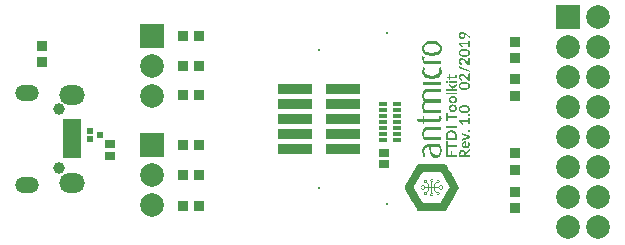
<source format=gts>
%FSLAX44Y44*%
%MOMM*%
G71*
G01*
G75*
G04 Layer_Color=8388736*
%ADD10R,0.7620X0.7620*%
%ADD11R,0.5000X0.2000*%
%ADD12R,0.7620X0.7620*%
%ADD13R,0.3000X0.3000*%
%ADD14R,1.3000X0.4500*%
%ADD15R,2.7940X0.7366*%
%ADD16R,0.6200X0.5700*%
%ADD17C,0.1500*%
%ADD18C,0.2540*%
%ADD19C,0.1524*%
%ADD20O,2.0000X1.4500*%
%ADD21O,1.8000X1.1500*%
%ADD22C,0.8000*%
%ADD23C,1.8000*%
%ADD24R,1.8000X1.8000*%
%ADD25C,1.8000*%
%ADD26R,1.8000X1.8000*%
%ADD27C,0.6100*%
%ADD28C,0.6000*%
%ADD29C,3.3000*%
%ADD30R,0.6000X0.5500*%
%ADD31R,0.9500X0.9500*%
%ADD32R,0.5500X0.6000*%
%ADD33R,0.9500X0.9500*%
%ADD34R,0.8500X0.3500*%
%ADD35R,1.5000X1.0000*%
%ADD36O,0.8000X0.3000*%
%ADD37O,0.3000X0.8000*%
%ADD38R,1.2500X0.3000*%
%ADD39O,0.3500X1.7500*%
%ADD40O,1.7500X0.3500*%
%ADD41R,0.9700X0.9600*%
%ADD42R,0.5700X0.6200*%
%ADD43R,1.4000X2.2000*%
%ADD44C,0.4000*%
%ADD45C,0.2286*%
%ADD46C,0.1778*%
%ADD47R,0.9652X0.9652*%
%ADD48R,0.7032X0.4032*%
%ADD49R,0.9652X0.9652*%
%ADD50R,0.5032X0.5032*%
%ADD51R,1.5032X0.6532*%
%ADD52R,2.8956X0.8382*%
%ADD53R,0.8232X0.7732*%
%ADD54C,0.2032*%
%ADD55O,2.2032X1.6532*%
%ADD56O,2.0032X1.3532*%
%ADD57C,1.0032*%
%ADD58C,2.0032*%
%ADD59R,2.0032X2.0032*%
%ADD60C,2.0032*%
%ADD61R,2.0032X2.0032*%
%ADD62C,0.0100*%
G36*
X1669000Y1208244D02*
X1659583D01*
Y1209809D01*
X1669000D01*
Y1208244D01*
D02*
G37*
G36*
Y1215970D02*
Y1215956D01*
Y1215941D01*
X1668986Y1215857D01*
X1668944Y1215645D01*
X1668929Y1215631D01*
X1668901Y1215575D01*
X1668831Y1215504D01*
X1668732Y1215434D01*
X1666265Y1213770D01*
X1666181Y1213714D01*
X1666110Y1213658D01*
X1666068Y1213587D01*
X1666054Y1213573D01*
X1666040Y1213517D01*
X1666026Y1213305D01*
Y1212953D01*
X1669000D01*
Y1211374D01*
X1659583D01*
Y1212953D01*
X1664982D01*
Y1213235D01*
Y1213333D01*
X1664940Y1213488D01*
X1664898Y1213545D01*
X1664855Y1213601D01*
X1664771Y1213672D01*
X1662769Y1215293D01*
X1662699Y1215363D01*
X1662628Y1215434D01*
X1662572Y1215518D01*
X1662529Y1215603D01*
X1662515Y1215716D01*
X1662501Y1215843D01*
Y1217266D01*
X1664912Y1215251D01*
X1664926Y1215237D01*
X1664954Y1215208D01*
X1665067Y1215110D01*
X1665208Y1214969D01*
X1665278Y1214884D01*
X1665349Y1214785D01*
X1665419Y1214856D01*
X1665574Y1215011D01*
X1665603Y1215025D01*
X1665659Y1215081D01*
X1665842Y1215222D01*
X1669000Y1217393D01*
Y1215970D01*
D02*
G37*
G36*
X1666209Y1206990D02*
X1666660Y1206919D01*
X1667139Y1206792D01*
X1667167Y1206778D01*
X1667238Y1206750D01*
X1667506Y1206623D01*
X1667844Y1206426D01*
X1668197Y1206144D01*
X1668211Y1206130D01*
X1668267Y1206074D01*
X1668436Y1205862D01*
X1668549Y1205707D01*
X1668662Y1205538D01*
X1668760Y1205340D01*
X1668859Y1205129D01*
X1668873Y1205101D01*
X1668887Y1205030D01*
X1668972Y1204748D01*
X1669014Y1204551D01*
X1669042Y1204325D01*
X1669070Y1204086D01*
X1669085Y1203818D01*
Y1203804D01*
Y1203790D01*
Y1203691D01*
X1669056Y1203381D01*
X1668986Y1202944D01*
X1668859Y1202479D01*
X1668845Y1202450D01*
X1668817Y1202380D01*
X1668690Y1202126D01*
X1668478Y1201802D01*
X1668197Y1201464D01*
X1668112Y1201393D01*
X1667900Y1201224D01*
X1667562Y1201013D01*
X1667365Y1200914D01*
X1667139Y1200815D01*
X1667026Y1200787D01*
X1666730Y1200703D01*
X1666519Y1200660D01*
X1666293Y1200632D01*
X1665744Y1200590D01*
X1665278Y1200618D01*
X1664827Y1200688D01*
X1664348Y1200815D01*
X1663981Y1200984D01*
X1663643Y1201196D01*
X1663305Y1201464D01*
X1663051Y1201746D01*
X1662952Y1201901D01*
X1662840Y1202070D01*
X1662741Y1202267D01*
X1662642Y1202479D01*
X1662600Y1202591D01*
X1662515Y1202873D01*
X1662445Y1203296D01*
X1662417Y1203550D01*
X1662403Y1203818D01*
X1662431Y1204255D01*
X1662501Y1204678D01*
X1662642Y1205129D01*
X1662811Y1205481D01*
X1663023Y1205806D01*
X1663305Y1206144D01*
X1663319Y1206158D01*
X1663375Y1206214D01*
X1663587Y1206384D01*
X1663742Y1206482D01*
X1663925Y1206595D01*
X1664122Y1206708D01*
X1664348Y1206792D01*
X1664376Y1206806D01*
X1664461Y1206835D01*
X1664757Y1206905D01*
X1664954Y1206947D01*
X1665194Y1206990D01*
X1665744Y1207018D01*
X1665871D01*
X1666209Y1206990D01*
D02*
G37*
G36*
X1676123Y1218817D02*
X1676800Y1218733D01*
X1677505Y1218592D01*
X1677519D01*
X1677547Y1218577D01*
X1677646Y1218549D01*
X1678026Y1218408D01*
X1678492Y1218183D01*
X1678745Y1218042D01*
X1678971Y1217873D01*
X1678999Y1217859D01*
X1679070Y1217788D01*
X1679295Y1217577D01*
X1679436Y1217407D01*
X1679577Y1217224D01*
X1679718Y1217027D01*
X1679831Y1216801D01*
X1679845Y1216773D01*
X1679873Y1216689D01*
X1679915Y1216576D01*
X1679958Y1216407D01*
X1680014Y1216209D01*
X1680056Y1215984D01*
X1680085Y1215730D01*
X1680099Y1215476D01*
Y1215448D01*
X1680085Y1215349D01*
X1680056Y1215039D01*
X1679986Y1214602D01*
X1679831Y1214137D01*
X1679817Y1214109D01*
X1679774Y1214038D01*
X1679619Y1213784D01*
X1679352Y1213432D01*
X1679168Y1213249D01*
X1678971Y1213080D01*
X1678872Y1213009D01*
X1678745Y1212925D01*
X1678576Y1212826D01*
X1678351Y1212713D01*
X1678111Y1212586D01*
X1677815Y1212474D01*
X1677505Y1212375D01*
X1677350Y1212333D01*
X1676913Y1212248D01*
X1676250Y1212163D01*
X1675856Y1212135D01*
X1675419Y1212121D01*
X1674714Y1212149D01*
X1674037Y1212234D01*
X1673346Y1212375D01*
X1672825Y1212558D01*
X1672345Y1212784D01*
X1672106Y1212925D01*
X1671880Y1213080D01*
X1671556Y1213376D01*
X1671415Y1213531D01*
X1671274Y1213714D01*
X1671133Y1213925D01*
X1671020Y1214137D01*
X1670978Y1214250D01*
X1670879Y1214532D01*
X1670823Y1214743D01*
X1670781Y1214969D01*
X1670752Y1215208D01*
X1670738Y1215476D01*
X1670766Y1215913D01*
X1670851Y1216336D01*
X1671020Y1216801D01*
X1671077Y1216900D01*
X1671232Y1217168D01*
X1671499Y1217520D01*
X1671683Y1217703D01*
X1671880Y1217873D01*
X1671908Y1217901D01*
X1671979Y1217943D01*
X1672275Y1218140D01*
X1672486Y1218253D01*
X1672740Y1218366D01*
X1673022Y1218493D01*
X1673346Y1218592D01*
X1673360D01*
X1673389Y1218606D01*
X1673501Y1218634D01*
X1673938Y1218718D01*
X1674587Y1218803D01*
X1674982Y1218831D01*
X1675419Y1218845D01*
X1675616D01*
X1676123Y1218817D01*
D02*
G37*
G36*
X1660725Y1219987D02*
X1660993Y1219917D01*
X1661021Y1219903D01*
X1661092Y1219860D01*
X1661303Y1219691D01*
X1661317Y1219663D01*
X1661373Y1219607D01*
X1661444Y1219508D01*
X1661514Y1219381D01*
Y1219367D01*
X1661529Y1219353D01*
X1661543Y1219268D01*
X1661585Y1218986D01*
Y1218972D01*
Y1218958D01*
X1661571Y1218859D01*
X1661514Y1218606D01*
Y1218592D01*
X1661500Y1218577D01*
X1661458Y1218493D01*
X1661303Y1218281D01*
X1661204Y1218211D01*
X1661106Y1218140D01*
X1660993Y1218070D01*
X1660880Y1218042D01*
X1660598Y1217999D01*
X1660471Y1218014D01*
X1660204Y1218070D01*
X1660091Y1218126D01*
X1659992Y1218197D01*
X1659893Y1218281D01*
X1659809Y1218380D01*
X1659738Y1218479D01*
X1659682Y1218606D01*
X1659640Y1218718D01*
X1659611Y1218845D01*
X1659597Y1218986D01*
X1659611Y1219113D01*
X1659682Y1219381D01*
X1659738Y1219494D01*
X1659795Y1219593D01*
X1659893Y1219691D01*
X1659922Y1219719D01*
X1659978Y1219776D01*
X1660077Y1219846D01*
X1660204Y1219917D01*
X1660218D01*
X1660232Y1219931D01*
X1660316Y1219959D01*
X1660443Y1219987D01*
X1660598Y1220001D01*
X1660626D01*
X1660725Y1219987D01*
D02*
G37*
G36*
X1680000Y1248632D02*
X1678830D01*
Y1250493D01*
X1673487D01*
X1672839Y1250507D01*
X1673938Y1249196D01*
X1673952Y1249182D01*
X1673981Y1249126D01*
X1674023Y1249055D01*
X1674051Y1248971D01*
Y1248957D01*
Y1248900D01*
Y1248759D01*
Y1248745D01*
X1674037Y1248703D01*
X1673995Y1248576D01*
X1673981Y1248562D01*
X1673952Y1248534D01*
X1673882Y1248477D01*
X1673205Y1247970D01*
X1670823Y1250775D01*
Y1252058D01*
X1678830D01*
Y1253707D01*
X1680000D01*
Y1248632D01*
D02*
G37*
G36*
X1676123Y1199109D02*
X1676800Y1199025D01*
X1677505Y1198884D01*
X1677519D01*
X1677547Y1198870D01*
X1677646Y1198842D01*
X1678026Y1198701D01*
X1678492Y1198475D01*
X1678745Y1198334D01*
X1678971Y1198165D01*
X1678999Y1198151D01*
X1679070Y1198081D01*
X1679295Y1197869D01*
X1679436Y1197700D01*
X1679577Y1197517D01*
X1679718Y1197319D01*
X1679831Y1197094D01*
X1679845Y1197066D01*
X1679873Y1196981D01*
X1679915Y1196868D01*
X1679958Y1196699D01*
X1680014Y1196502D01*
X1680056Y1196276D01*
X1680085Y1196022D01*
X1680099Y1195769D01*
Y1195740D01*
X1680085Y1195642D01*
X1680056Y1195331D01*
X1679986Y1194894D01*
X1679831Y1194429D01*
X1679817Y1194401D01*
X1679774Y1194331D01*
X1679619Y1194077D01*
X1679352Y1193725D01*
X1679168Y1193541D01*
X1678971Y1193372D01*
X1678872Y1193302D01*
X1678745Y1193217D01*
X1678576Y1193118D01*
X1678351Y1193006D01*
X1678111Y1192879D01*
X1677815Y1192766D01*
X1677505Y1192667D01*
X1677350Y1192625D01*
X1676913Y1192540D01*
X1676250Y1192456D01*
X1675856Y1192428D01*
X1675419Y1192413D01*
X1674714Y1192442D01*
X1674037Y1192526D01*
X1673346Y1192667D01*
X1672825Y1192850D01*
X1672345Y1193076D01*
X1672106Y1193217D01*
X1671880Y1193372D01*
X1671556Y1193668D01*
X1671415Y1193823D01*
X1671274Y1194006D01*
X1671133Y1194218D01*
X1671020Y1194429D01*
X1670978Y1194542D01*
X1670879Y1194824D01*
X1670823Y1195035D01*
X1670781Y1195261D01*
X1670752Y1195501D01*
X1670738Y1195769D01*
X1670766Y1196206D01*
X1670851Y1196628D01*
X1671020Y1197094D01*
X1671077Y1197192D01*
X1671232Y1197460D01*
X1671499Y1197813D01*
X1671683Y1197996D01*
X1671880Y1198165D01*
X1671908Y1198193D01*
X1671979Y1198235D01*
X1672275Y1198433D01*
X1672486Y1198546D01*
X1672740Y1198658D01*
X1673022Y1198785D01*
X1673346Y1198884D01*
X1673360D01*
X1673389Y1198898D01*
X1673501Y1198926D01*
X1673938Y1199011D01*
X1674587Y1199095D01*
X1674982Y1199124D01*
X1675419Y1199138D01*
X1675616D01*
X1676123Y1199109D01*
D02*
G37*
G36*
X1669000Y1218211D02*
X1662501D01*
Y1219790D01*
X1669000D01*
Y1218211D01*
D02*
G37*
G36*
X1668549Y1225245D02*
X1668577Y1225203D01*
X1668690Y1225034D01*
X1668760Y1224921D01*
X1668831Y1224780D01*
X1668901Y1224639D01*
X1668958Y1224470D01*
Y1224456D01*
X1668972Y1224400D01*
X1669028Y1224188D01*
X1669070Y1223906D01*
X1669099Y1223554D01*
Y1223540D01*
Y1223511D01*
X1669085Y1223413D01*
X1669042Y1223074D01*
X1668986Y1222863D01*
X1668901Y1222652D01*
X1668789Y1222440D01*
X1668634Y1222257D01*
X1668549Y1222186D01*
X1668436Y1222116D01*
X1668281Y1222031D01*
X1668098Y1221947D01*
X1667872Y1221876D01*
X1667604Y1221820D01*
X1667308Y1221806D01*
X1663671D01*
Y1221129D01*
Y1221115D01*
X1663657Y1221059D01*
X1663629Y1220988D01*
X1663587Y1220918D01*
X1663530Y1220875D01*
X1663446Y1220847D01*
X1663347Y1220833D01*
X1662727D01*
X1662544Y1221876D01*
X1660767Y1222200D01*
X1660697Y1222229D01*
X1660570Y1222327D01*
X1660528Y1222384D01*
X1660514Y1222454D01*
X1660500Y1222553D01*
Y1223371D01*
X1662558D01*
Y1225104D01*
X1663671D01*
Y1223371D01*
X1667252D01*
X1667365Y1223385D01*
X1667534Y1223427D01*
X1667675Y1223511D01*
X1667760Y1223624D01*
X1667816Y1223751D01*
X1667844Y1223920D01*
X1667816Y1224174D01*
X1667745Y1224343D01*
X1667675Y1224470D01*
X1667647Y1224512D01*
X1667633Y1224583D01*
Y1224625D01*
X1667675Y1224696D01*
X1667774Y1224794D01*
X1668535Y1225259D01*
X1668549Y1225245D01*
D02*
G37*
G36*
X1661233Y1165812D02*
X1669000D01*
Y1164107D01*
X1661233D01*
Y1161344D01*
X1659837D01*
Y1168575D01*
X1661233D01*
Y1165812D01*
D02*
G37*
G36*
X1665025Y1177894D02*
X1665631Y1177795D01*
X1666279Y1177598D01*
X1666293D01*
X1666322Y1177583D01*
X1666420Y1177541D01*
X1666773Y1177358D01*
X1666998Y1177217D01*
X1667238Y1177062D01*
X1667492Y1176864D01*
X1667731Y1176653D01*
X1667760Y1176625D01*
X1667830Y1176540D01*
X1668070Y1176244D01*
X1668225Y1176033D01*
X1668309Y1175906D01*
X1668380Y1175779D01*
X1668535Y1175497D01*
X1668676Y1175187D01*
Y1175173D01*
X1668690Y1175145D01*
X1668732Y1175032D01*
X1668831Y1174623D01*
X1668901Y1174341D01*
X1668944Y1174017D01*
X1668986Y1173664D01*
X1669000Y1173481D01*
Y1173284D01*
Y1169788D01*
X1659837D01*
Y1173284D01*
Y1173467D01*
X1659879Y1173918D01*
X1659978Y1174524D01*
X1660175Y1175187D01*
X1660415Y1175694D01*
X1660711Y1176174D01*
X1660908Y1176413D01*
X1661120Y1176653D01*
X1661148Y1176681D01*
X1661233Y1176752D01*
X1661529Y1177005D01*
X1661740Y1177146D01*
X1661853Y1177231D01*
X1661994Y1177301D01*
X1662262Y1177457D01*
X1662572Y1177598D01*
X1662586D01*
X1662614Y1177612D01*
X1662713Y1177654D01*
X1662896Y1177710D01*
X1663122Y1177767D01*
X1663389Y1177823D01*
X1663714Y1177879D01*
X1663869Y1177908D01*
X1664052Y1177922D01*
X1664418Y1177936D01*
X1664588D01*
X1665025Y1177894D01*
D02*
G37*
G36*
X1680014Y1228389D02*
X1680028D01*
X1680056Y1228375D01*
X1680183Y1228304D01*
X1680324Y1228192D01*
X1680451Y1228037D01*
Y1228023D01*
X1680465Y1227994D01*
X1680522Y1227881D01*
X1680564Y1227740D01*
X1680592Y1227557D01*
Y1226895D01*
X1671133Y1230588D01*
X1670978Y1230673D01*
X1670851Y1230771D01*
X1670724Y1230898D01*
X1670654Y1231039D01*
X1670611Y1231194D01*
X1670583Y1231392D01*
Y1232068D01*
X1680014Y1228389D01*
D02*
G37*
G36*
X1661190Y1156706D02*
X1663911D01*
Y1160145D01*
X1665264D01*
Y1156706D01*
X1669000D01*
Y1155000D01*
X1659837D01*
Y1160780D01*
X1661190D01*
Y1156706D01*
D02*
G37*
G36*
X1680000Y1219649D02*
X1679492D01*
X1679380Y1219663D01*
X1679154Y1219705D01*
X1679055Y1219762D01*
X1678844Y1219931D01*
X1676053Y1222708D01*
X1675827Y1222919D01*
X1675616Y1223117D01*
X1675376Y1223328D01*
X1675179Y1223497D01*
X1674967Y1223638D01*
X1674742Y1223793D01*
X1674545Y1223892D01*
X1674333Y1223991D01*
X1674093Y1224075D01*
X1673882Y1224132D01*
X1673656Y1224160D01*
X1673530Y1224174D01*
X1673403D01*
X1673205Y1224160D01*
X1672825Y1224075D01*
X1672670Y1224005D01*
X1672543Y1223934D01*
X1672402Y1223808D01*
X1672388D01*
X1672374Y1223779D01*
X1672303Y1223695D01*
X1672204Y1223554D01*
X1672134Y1223385D01*
Y1223371D01*
X1672120Y1223342D01*
X1672092Y1223230D01*
X1672063Y1223060D01*
X1672049Y1222849D01*
Y1222835D01*
Y1222807D01*
X1672063Y1222680D01*
X1672134Y1222327D01*
Y1222313D01*
X1672148Y1222285D01*
X1672190Y1222186D01*
X1672359Y1221904D01*
X1672388Y1221876D01*
X1672458Y1221792D01*
X1672557Y1221693D01*
X1672698Y1221594D01*
X1672712D01*
X1672726Y1221580D01*
X1672811Y1221524D01*
X1672952Y1221453D01*
X1673107Y1221397D01*
X1673121D01*
X1673149Y1221383D01*
X1673262Y1221326D01*
X1673403Y1221242D01*
X1673459Y1221185D01*
X1673501Y1221115D01*
X1673515Y1221087D01*
X1673530Y1220988D01*
X1673544Y1220833D01*
X1673530Y1220622D01*
X1673389Y1219804D01*
X1672994Y1219889D01*
X1672233Y1220171D01*
X1671936Y1220354D01*
X1671669Y1220565D01*
X1671528Y1220706D01*
X1671401Y1220847D01*
X1671344Y1220918D01*
X1671218Y1221115D01*
X1671133Y1221256D01*
X1671048Y1221425D01*
X1670978Y1221594D01*
X1670907Y1221792D01*
X1670823Y1222130D01*
X1670766Y1222496D01*
X1670738Y1222708D01*
Y1222934D01*
X1670766Y1223314D01*
X1670809Y1223695D01*
X1670922Y1224089D01*
X1670950Y1224174D01*
X1671062Y1224400D01*
X1671218Y1224696D01*
X1671457Y1224992D01*
X1671514Y1225048D01*
X1671683Y1225203D01*
X1671810Y1225302D01*
X1671951Y1225400D01*
X1672106Y1225485D01*
X1672275Y1225570D01*
X1672289Y1225584D01*
X1672359Y1225598D01*
X1672585Y1225682D01*
X1672923Y1225753D01*
X1673135Y1225767D01*
X1673346Y1225781D01*
X1673431D01*
X1673656Y1225767D01*
X1673952Y1225711D01*
X1674291Y1225626D01*
X1674305D01*
X1674361Y1225598D01*
X1674545Y1225527D01*
X1675108Y1225231D01*
X1675123Y1225217D01*
X1675179Y1225189D01*
X1675348Y1225076D01*
X1675870Y1224653D01*
X1675884Y1224639D01*
X1675926Y1224597D01*
X1676095Y1224442D01*
X1676617Y1223949D01*
X1678731Y1221876D01*
X1678689Y1222059D01*
X1678604Y1222468D01*
X1678576Y1222652D01*
X1678548Y1223032D01*
Y1225386D01*
X1678562Y1225527D01*
X1678604Y1225654D01*
X1678689Y1225781D01*
Y1225795D01*
X1678717Y1225809D01*
X1678788Y1225866D01*
X1678914Y1225908D01*
X1679070Y1225936D01*
X1680000D01*
Y1219649D01*
D02*
G37*
G36*
X1666209Y1199702D02*
X1666660Y1199631D01*
X1667139Y1199504D01*
X1667167Y1199490D01*
X1667238Y1199462D01*
X1667506Y1199335D01*
X1667844Y1199138D01*
X1668197Y1198856D01*
X1668211Y1198842D01*
X1668267Y1198785D01*
X1668436Y1198574D01*
X1668549Y1198419D01*
X1668662Y1198250D01*
X1668760Y1198052D01*
X1668859Y1197841D01*
X1668873Y1197813D01*
X1668887Y1197742D01*
X1668972Y1197460D01*
X1669014Y1197263D01*
X1669042Y1197037D01*
X1669070Y1196798D01*
X1669085Y1196530D01*
Y1196516D01*
Y1196502D01*
Y1196403D01*
X1669056Y1196093D01*
X1668986Y1195656D01*
X1668859Y1195191D01*
X1668845Y1195162D01*
X1668817Y1195092D01*
X1668690Y1194838D01*
X1668478Y1194514D01*
X1668197Y1194176D01*
X1668112Y1194105D01*
X1667900Y1193936D01*
X1667562Y1193725D01*
X1667365Y1193626D01*
X1667139Y1193527D01*
X1667026Y1193499D01*
X1666730Y1193414D01*
X1666519Y1193372D01*
X1666293Y1193344D01*
X1665744Y1193302D01*
X1665278Y1193330D01*
X1664827Y1193400D01*
X1664348Y1193527D01*
X1663981Y1193696D01*
X1663643Y1193908D01*
X1663305Y1194176D01*
X1663051Y1194457D01*
X1662952Y1194613D01*
X1662840Y1194782D01*
X1662741Y1194979D01*
X1662642Y1195191D01*
X1662600Y1195303D01*
X1662515Y1195585D01*
X1662445Y1196008D01*
X1662417Y1196262D01*
X1662403Y1196530D01*
X1662431Y1196967D01*
X1662501Y1197390D01*
X1662642Y1197841D01*
X1662811Y1198193D01*
X1663023Y1198518D01*
X1663305Y1198856D01*
X1663319Y1198870D01*
X1663375Y1198926D01*
X1663587Y1199095D01*
X1663742Y1199194D01*
X1663925Y1199307D01*
X1664122Y1199420D01*
X1664348Y1199504D01*
X1664376Y1199518D01*
X1664461Y1199547D01*
X1664757Y1199617D01*
X1664954Y1199659D01*
X1665194Y1199702D01*
X1665744Y1199730D01*
X1665871D01*
X1666209Y1199702D01*
D02*
G37*
G36*
X1674009Y1261193D02*
X1674559Y1261136D01*
X1674573D01*
X1674629Y1261122D01*
X1674798Y1261080D01*
X1675292Y1260925D01*
X1675306D01*
X1675348Y1260897D01*
X1675503Y1260840D01*
X1675982Y1260601D01*
X1675997Y1260587D01*
X1676039Y1260573D01*
X1676194Y1260474D01*
X1676645Y1260178D01*
X1679648Y1258077D01*
X1679676Y1258063D01*
X1679732Y1258007D01*
X1679817Y1257894D01*
X1679901Y1257753D01*
Y1257739D01*
X1679915Y1257711D01*
X1679944Y1257612D01*
X1679986Y1257457D01*
X1680000Y1257274D01*
Y1255836D01*
X1676448Y1258683D01*
X1676194Y1258881D01*
X1675940Y1259064D01*
X1675954Y1259050D01*
X1675968Y1259008D01*
X1676053Y1258867D01*
X1676151Y1258641D01*
X1676208Y1258514D01*
X1676250Y1258373D01*
Y1258359D01*
X1676264Y1258303D01*
X1676293Y1258134D01*
X1676335Y1257880D01*
X1676349Y1257725D01*
Y1257570D01*
Y1257556D01*
Y1257485D01*
X1676321Y1257274D01*
X1676180Y1256625D01*
X1676166Y1256611D01*
X1676151Y1256555D01*
X1676053Y1256357D01*
X1675898Y1256104D01*
X1675686Y1255822D01*
X1675461Y1255624D01*
X1675193Y1255427D01*
X1675038Y1255328D01*
X1674855Y1255244D01*
X1674530Y1255145D01*
X1674164Y1255061D01*
X1673952Y1255046D01*
X1673713Y1255032D01*
X1673332Y1255061D01*
X1672966Y1255131D01*
X1672557Y1255258D01*
X1672233Y1255427D01*
X1671922Y1255624D01*
X1671767Y1255751D01*
X1671612Y1255892D01*
X1671373Y1256174D01*
X1671175Y1256498D01*
X1671062Y1256682D01*
X1670978Y1256893D01*
X1670936Y1256992D01*
X1670851Y1257274D01*
X1670781Y1257669D01*
X1670752Y1257908D01*
X1670738Y1258162D01*
X1670766Y1258585D01*
X1670837Y1258994D01*
X1670964Y1259431D01*
X1671119Y1259769D01*
X1671316Y1260079D01*
X1671584Y1260389D01*
X1671598Y1260403D01*
X1671655Y1260460D01*
X1671852Y1260615D01*
X1671993Y1260713D01*
X1672148Y1260812D01*
X1672345Y1260911D01*
X1672543Y1260995D01*
X1672571Y1261010D01*
X1672641Y1261024D01*
X1672895Y1261108D01*
X1673290Y1261179D01*
X1673755Y1261207D01*
X1673826D01*
X1674009Y1261193D01*
D02*
G37*
G36*
X1669000Y1179430D02*
X1659837D01*
Y1181136D01*
X1669000D01*
Y1179430D01*
D02*
G37*
G36*
X1661233Y1189918D02*
X1669000D01*
Y1188213D01*
X1661233D01*
Y1185450D01*
X1659837D01*
Y1192681D01*
X1661233D01*
Y1189918D01*
D02*
G37*
G36*
X1656074Y1189303D02*
X1656140Y1188440D01*
X1655881Y1186880D01*
X1655115Y1185674D01*
X1653853Y1184895D01*
X1652111Y1184619D01*
X1641652D01*
Y1182782D01*
X1640023D01*
Y1184619D01*
X1636351D01*
X1635588Y1187097D01*
X1635683Y1187226D01*
X1640023D01*
Y1190011D01*
X1641652D01*
Y1187226D01*
X1652111D01*
X1653044Y1187352D01*
X1653743Y1187729D01*
X1654181Y1188350D01*
X1654333Y1189211D01*
X1654232Y1189890D01*
X1654336Y1190011D01*
X1655874D01*
X1656074Y1189303D01*
D02*
G37*
G36*
X1655905Y1212964D02*
X1656017Y1212851D01*
X1656015Y1210363D01*
X1656015D01*
Y1210363D01*
X1656010Y1210345D01*
X1655991Y1210337D01*
X1644855Y1210339D01*
Y1210339D01*
D01*
D01*
Y1210339D01*
X1644854Y1210339D01*
X1644853Y1210339D01*
X1644853Y1210339D01*
Y1210339D01*
D01*
D01*
Y1210339D01*
X1644103Y1210293D01*
X1643430Y1210155D01*
X1642841Y1209918D01*
X1642345Y1209578D01*
X1641947Y1209129D01*
X1641652Y1208566D01*
X1641470Y1207883D01*
X1641408Y1207075D01*
X1641514Y1206152D01*
X1641817Y1205329D01*
X1642291Y1204606D01*
X1642907Y1203988D01*
X1655904D01*
X1656017Y1203875D01*
X1656015Y1201385D01*
X1656015D01*
Y1201385D01*
X1656009Y1201366D01*
X1655990Y1201358D01*
X1644440Y1201360D01*
Y1201360D01*
D01*
D01*
Y1201360D01*
X1644440Y1201360D01*
X1644438Y1201360D01*
X1644438Y1201360D01*
Y1201360D01*
D01*
D01*
Y1201360D01*
X1643783Y1201312D01*
X1643194Y1201168D01*
X1642677Y1200920D01*
X1642239Y1200568D01*
X1641886Y1200105D01*
X1641625Y1199528D01*
X1641463Y1198830D01*
X1641408Y1198009D01*
X1641530Y1196394D01*
X1641937Y1195040D01*
X1655904D01*
X1656017Y1194927D01*
X1656015Y1192438D01*
X1656015D01*
Y1192438D01*
X1656009Y1192419D01*
X1655990Y1192411D01*
X1640852Y1192413D01*
Y1192413D01*
X1640852D01*
X1640833Y1192419D01*
X1640829Y1192430D01*
X1640011Y1194938D01*
X1640011Y1194938D01*
X1640009Y1194943D01*
X1639704Y1197916D01*
X1639703Y1197916D01*
X1639704Y1197921D01*
D01*
D01*
Y1197921D01*
D01*
D01*
Y1197921D01*
D01*
D01*
Y1197921D01*
Y1197921D01*
D01*
Y1197921D01*
Y1197921D01*
D01*
Y1197921D01*
D01*
D01*
D01*
D01*
Y1197921D01*
D01*
D01*
Y1197921D01*
X1639704D01*
X1639824Y1199537D01*
D01*
X1639824D01*
D01*
D01*
X1639824Y1199537D01*
D01*
D01*
D01*
D01*
Y1199537D01*
D01*
D01*
D01*
D01*
Y1199537D01*
D01*
X1640182Y1200835D01*
D01*
D01*
D01*
D01*
D01*
D01*
X1640182D01*
X1640182Y1200835D01*
X1640182Y1200835D01*
X1640182D01*
D01*
X1640182Y1200836D01*
X1640183Y1200838D01*
X1640768Y1201880D01*
X1640768Y1201880D01*
X1640768Y1201880D01*
X1640768Y1201880D01*
X1640768D01*
X1640769Y1201881D01*
X1641560Y1202720D01*
Y1202720D01*
X1641560Y1202720D01*
X1641560D01*
X1640795Y1203603D01*
X1640796D01*
Y1203603D01*
D01*
D01*
D01*
D01*
D01*
D01*
D01*
D01*
D01*
D01*
D01*
D01*
D01*
D01*
D01*
D01*
D01*
D01*
Y1203603D01*
D01*
D01*
D01*
D01*
D01*
D01*
D01*
D01*
D01*
D01*
D01*
D01*
D01*
D01*
D01*
D01*
D01*
D01*
Y1203603D01*
X1640795D01*
X1640795Y1203604D01*
X1640205Y1204692D01*
D01*
Y1204692D01*
D01*
D01*
D01*
D01*
D01*
D01*
Y1204692D01*
X1640205Y1204692D01*
X1640203Y1204696D01*
X1639833Y1205936D01*
D01*
D01*
X1639833D01*
X1639833Y1205936D01*
D01*
D01*
X1639832Y1205941D01*
D01*
D01*
D01*
D01*
D01*
D01*
D01*
X1639832D01*
X1639832D01*
D01*
D01*
D01*
X1639704Y1207309D01*
D01*
X1639704D01*
D01*
D01*
D01*
D01*
X1639704Y1207309D01*
D01*
D01*
D01*
D01*
D01*
D01*
Y1207309D01*
D01*
D01*
Y1207309D01*
X1639705Y1207316D01*
X1640080Y1209845D01*
X1640080Y1209845D01*
Y1209845D01*
D01*
X1640080D01*
D01*
Y1209845D01*
D01*
D01*
X1641140Y1211605D01*
D01*
D01*
X1641140Y1211605D01*
D01*
D01*
X1641140Y1211606D01*
X1641147Y1211613D01*
D01*
D01*
D01*
D01*
X1641147D01*
D01*
Y1211613D01*
D01*
X1641148Y1211614D01*
D01*
Y1211614D01*
D01*
D01*
Y1211614D01*
D01*
Y1211614D01*
X1641148D01*
D01*
X1642776Y1212631D01*
Y1212631D01*
Y1212631D01*
D01*
D01*
D01*
D01*
D01*
D01*
D01*
D01*
D01*
D01*
D01*
Y1212631D01*
X1642776D01*
D01*
D01*
D01*
D01*
D01*
D01*
X1642776D01*
X1642776Y1212631D01*
D01*
X1642776Y1212631D01*
X1642776Y1212631D01*
D01*
D01*
Y1212631D01*
D01*
D01*
X1642776Y1212631D01*
D01*
D01*
D01*
Y1212631D01*
D01*
X1642776D01*
X1642785Y1212635D01*
X1644879Y1212964D01*
X1644879Y1212964D01*
X1644879D01*
X1644879D01*
X1644883Y1212966D01*
Y1212966D01*
D01*
X1655905Y1212964D01*
D02*
G37*
G36*
X1680000Y1160625D02*
Y1160611D01*
Y1160554D01*
X1679958Y1160385D01*
X1679859Y1160174D01*
X1679774Y1160075D01*
X1679662Y1159990D01*
X1676729Y1158059D01*
X1676631Y1157989D01*
X1676560Y1157918D01*
X1676490Y1157819D01*
X1676476Y1157791D01*
X1676448Y1157721D01*
X1676434Y1157608D01*
X1676419Y1157439D01*
Y1156706D01*
X1680000D01*
Y1155000D01*
X1670837D01*
Y1157791D01*
X1670865Y1158341D01*
X1670922Y1158863D01*
X1671034Y1159398D01*
X1671175Y1159793D01*
X1671330Y1160145D01*
X1671570Y1160498D01*
X1671626Y1160568D01*
X1671810Y1160738D01*
X1672077Y1160935D01*
X1672233Y1161033D01*
X1672416Y1161118D01*
X1672430Y1161132D01*
X1672500Y1161146D01*
X1672726Y1161231D01*
X1673064Y1161301D01*
X1673262Y1161316D01*
X1673473Y1161330D01*
X1673558D01*
X1673755Y1161316D01*
X1674037Y1161273D01*
X1674347Y1161189D01*
X1674361D01*
X1674418Y1161160D01*
X1674587Y1161090D01*
X1674841Y1160963D01*
X1675094Y1160794D01*
X1675108Y1160780D01*
X1675151Y1160752D01*
X1675292Y1160625D01*
X1675489Y1160413D01*
X1675588Y1160301D01*
X1675686Y1160160D01*
X1675700Y1160145D01*
X1675729Y1160089D01*
X1675827Y1159920D01*
X1675968Y1159652D01*
X1676095Y1159314D01*
X1676222Y1159497D01*
X1676391Y1159680D01*
X1676617Y1159864D01*
X1680000Y1162161D01*
Y1160625D01*
D02*
G37*
G36*
X1655990Y1178425D02*
X1644970D01*
X1643398Y1178231D01*
X1642277Y1177610D01*
X1641606Y1176499D01*
X1641384Y1174839D01*
X1641517Y1173331D01*
X1641919Y1172023D01*
X1655990D01*
Y1169418D01*
X1640852D01*
X1640034Y1171939D01*
X1639728Y1174839D01*
X1640071Y1177618D01*
X1641082Y1179546D01*
X1642726Y1180668D01*
X1644970Y1181032D01*
X1655990D01*
Y1178425D01*
D02*
G37*
G36*
Y1216471D02*
X1640023D01*
Y1219077D01*
X1655990D01*
Y1216471D01*
D02*
G37*
G36*
X1649726Y1253541D02*
X1651314Y1253257D01*
X1652727Y1252779D01*
X1653941Y1252102D01*
X1654929Y1251221D01*
X1655668Y1250135D01*
X1656129Y1248837D01*
X1656289Y1247324D01*
X1656129Y1245810D01*
X1655668Y1244512D01*
X1654929Y1243425D01*
X1653941Y1242545D01*
X1652727Y1241869D01*
X1651314Y1241391D01*
X1649726Y1241106D01*
X1647992Y1241013D01*
X1646267Y1241106D01*
X1644689Y1241391D01*
X1643282Y1241869D01*
X1642071Y1242545D01*
X1641085Y1243425D01*
X1640348Y1244512D01*
X1639887Y1245810D01*
X1639728Y1247324D01*
X1639887Y1248837D01*
X1640348Y1250136D01*
X1641085Y1251222D01*
X1642071Y1252102D01*
X1643282Y1252779D01*
X1644689Y1253257D01*
X1646267Y1253542D01*
X1647992Y1253635D01*
X1649726Y1253541D01*
D02*
G37*
G36*
X1676123Y1246800D02*
X1676800Y1246715D01*
X1677505Y1246574D01*
X1677519D01*
X1677547Y1246560D01*
X1677646Y1246532D01*
X1678026Y1246391D01*
X1678492Y1246165D01*
X1678745Y1246024D01*
X1678971Y1245855D01*
X1678999Y1245841D01*
X1679070Y1245771D01*
X1679295Y1245559D01*
X1679436Y1245390D01*
X1679577Y1245207D01*
X1679718Y1245009D01*
X1679831Y1244784D01*
X1679845Y1244756D01*
X1679873Y1244671D01*
X1679915Y1244558D01*
X1679958Y1244389D01*
X1680014Y1244192D01*
X1680056Y1243966D01*
X1680085Y1243712D01*
X1680099Y1243459D01*
Y1243430D01*
X1680085Y1243332D01*
X1680056Y1243022D01*
X1679986Y1242585D01*
X1679831Y1242120D01*
X1679817Y1242091D01*
X1679774Y1242021D01*
X1679619Y1241767D01*
X1679352Y1241415D01*
X1679168Y1241231D01*
X1678971Y1241062D01*
X1678872Y1240992D01*
X1678745Y1240907D01*
X1678576Y1240808D01*
X1678351Y1240696D01*
X1678111Y1240569D01*
X1677815Y1240456D01*
X1677505Y1240357D01*
X1677350Y1240315D01*
X1676913Y1240230D01*
X1676250Y1240146D01*
X1675856Y1240118D01*
X1675419Y1240104D01*
X1674714Y1240132D01*
X1674037Y1240216D01*
X1673346Y1240357D01*
X1672825Y1240541D01*
X1672345Y1240766D01*
X1672106Y1240907D01*
X1671880Y1241062D01*
X1671556Y1241358D01*
X1671415Y1241513D01*
X1671274Y1241697D01*
X1671133Y1241908D01*
X1671020Y1242120D01*
X1670978Y1242232D01*
X1670879Y1242514D01*
X1670823Y1242726D01*
X1670781Y1242951D01*
X1670752Y1243191D01*
X1670738Y1243459D01*
X1670766Y1243896D01*
X1670851Y1244319D01*
X1671020Y1244784D01*
X1671077Y1244883D01*
X1671232Y1245150D01*
X1671499Y1245503D01*
X1671683Y1245686D01*
X1671880Y1245855D01*
X1671908Y1245883D01*
X1671979Y1245926D01*
X1672275Y1246123D01*
X1672486Y1246236D01*
X1672740Y1246349D01*
X1673022Y1246476D01*
X1673346Y1246574D01*
X1673360D01*
X1673389Y1246588D01*
X1673501Y1246616D01*
X1673938Y1246701D01*
X1674587Y1246786D01*
X1674982Y1246814D01*
X1675419Y1246828D01*
X1675616D01*
X1676123Y1246800D01*
D02*
G37*
G36*
X1656015Y1229722D02*
X1656289Y1227697D01*
X1656133Y1226325D01*
X1655680Y1225103D01*
X1654952Y1224044D01*
X1653974Y1223155D01*
X1652766Y1222447D01*
X1651351Y1221929D01*
X1649752Y1221611D01*
X1647992Y1221504D01*
X1646234Y1221612D01*
X1644639Y1221933D01*
X1643229Y1222455D01*
X1642027Y1223166D01*
X1641054Y1224057D01*
X1640331Y1225116D01*
X1639882Y1226333D01*
X1639728Y1227697D01*
X1640001Y1229722D01*
X1640762Y1231281D01*
X1642190Y1230706D01*
X1642240Y1230554D01*
X1641979Y1230136D01*
X1641726Y1229522D01*
X1641561Y1228846D01*
X1641503Y1228140D01*
X1641991Y1226445D01*
X1643340Y1225201D01*
X1645380Y1224434D01*
X1647935Y1224172D01*
X1650468Y1224437D01*
X1652519Y1225211D01*
X1653892Y1226457D01*
X1654393Y1228140D01*
X1654339Y1228841D01*
X1654185Y1229507D01*
X1653943Y1230110D01*
X1653689Y1230523D01*
X1653739Y1230675D01*
X1655251Y1231282D01*
X1656015Y1229722D01*
D02*
G37*
G36*
X1641771Y1240048D02*
X1641569Y1239279D01*
X1641503Y1238420D01*
X1641599Y1237356D01*
X1641919Y1236404D01*
X1655990D01*
Y1233796D01*
X1640852D01*
X1640034Y1236178D01*
X1639728Y1239247D01*
X1639759Y1240111D01*
X1639801Y1240516D01*
X1639934Y1240604D01*
X1641771Y1240048D01*
D02*
G37*
G36*
X1679267Y1178077D02*
X1679521Y1178006D01*
X1679549Y1177992D01*
X1679619Y1177950D01*
X1679817Y1177795D01*
X1679831Y1177767D01*
X1679887Y1177710D01*
X1679958Y1177612D01*
X1680014Y1177499D01*
X1680028Y1177471D01*
X1680042Y1177386D01*
X1680070Y1177273D01*
X1680085Y1177118D01*
Y1177104D01*
Y1177090D01*
X1680070Y1176991D01*
X1680014Y1176738D01*
X1680000D01*
Y1176709D01*
X1679958Y1176639D01*
X1679817Y1176442D01*
X1679732Y1176371D01*
X1679633Y1176301D01*
X1679521Y1176230D01*
X1679408Y1176202D01*
X1679140Y1176160D01*
X1679013Y1176174D01*
X1678774Y1176230D01*
X1678661Y1176286D01*
X1678562Y1176357D01*
X1678463Y1176442D01*
X1678393Y1176526D01*
X1678322Y1176625D01*
X1678266Y1176738D01*
X1678224Y1176850D01*
X1678196Y1176977D01*
X1678181Y1177118D01*
X1678196Y1177245D01*
X1678266Y1177499D01*
X1678322Y1177598D01*
X1678463Y1177795D01*
X1678492Y1177823D01*
X1678548Y1177879D01*
X1678647Y1177950D01*
X1678774Y1178006D01*
X1678802Y1178020D01*
X1678886Y1178049D01*
X1678999Y1178077D01*
X1679140Y1178091D01*
X1679168D01*
X1679267Y1178077D01*
D02*
G37*
G36*
X1648243Y1136789D02*
X1648563Y1136657D01*
X1648838Y1136446D01*
X1649049Y1136171D01*
X1649182Y1135851D01*
X1649227Y1135507D01*
X1649182Y1135164D01*
X1649049Y1134843D01*
X1648838Y1134568D01*
X1648563Y1134358D01*
X1648270Y1134236D01*
D01*
X1648259Y1134241D01*
X1648259Y1134241D01*
X1648259Y1134214D01*
Y1134214D01*
Y1132600D01*
X1648260Y1129869D01*
X1650055D01*
X1650053Y1131897D01*
X1650055Y1131897D01*
X1650055Y1131897D01*
X1650055Y1131897D01*
Y1131897D01*
X1650055D01*
X1650055Y1131897D01*
X1650057Y1132002D01*
D01*
X1650057Y1132002D01*
D01*
D01*
D01*
Y1132003D01*
X1650057Y1132003D01*
D01*
D01*
D01*
Y1132003D01*
X1650057D01*
X1650119Y1132178D01*
D01*
Y1132178D01*
D01*
D01*
X1650119D01*
D01*
D01*
D01*
D01*
D01*
X1650119D01*
Y1132178D01*
D01*
D01*
X1650278Y1132366D01*
X1650278Y1132366D01*
Y1132366D01*
D01*
D01*
D01*
D01*
D01*
D01*
D01*
X1650278D01*
D01*
D01*
D01*
D01*
D01*
X1650278D01*
D01*
D01*
D01*
D01*
D01*
X1650278D01*
D01*
Y1132366D01*
D01*
D01*
D01*
X1650278D01*
D01*
D01*
D01*
D01*
D01*
D01*
X1650278Y1132366D01*
Y1132366D01*
X1650278D01*
D01*
Y1132366D01*
D01*
D01*
D01*
D01*
D01*
D01*
D01*
D01*
X1650278Y1132367D01*
X1650278D01*
D01*
Y1132367D01*
D01*
D01*
D01*
D01*
D01*
D01*
D01*
D01*
D01*
X1650279Y1132367D01*
X1650279D01*
D01*
D01*
D01*
D01*
Y1132367D01*
D01*
D01*
D01*
D01*
D01*
D01*
D01*
D01*
D01*
D01*
D01*
D01*
D01*
D01*
D01*
X1650279Y1132367D01*
D01*
D01*
D01*
D01*
D01*
D01*
D01*
D01*
D01*
D01*
D01*
D01*
D01*
D01*
D01*
D01*
D01*
D01*
D01*
D01*
D01*
D01*
D01*
D01*
D01*
Y1132367D01*
D01*
D01*
D01*
D01*
D01*
D01*
D01*
D01*
D01*
D01*
D01*
D01*
D01*
D01*
D01*
D01*
D01*
D01*
D01*
D01*
D01*
D01*
D01*
D01*
Y1132367D01*
D01*
D01*
D01*
D01*
X1650279D01*
D01*
D01*
D01*
X1650479Y1132583D01*
D01*
X1650479D01*
D01*
D01*
D01*
D01*
D01*
X1650479D01*
D01*
D01*
D01*
D01*
D01*
X1650479D01*
D01*
D01*
D01*
Y1132583D01*
D01*
D01*
X1650479Y1132584D01*
Y1132584D01*
D01*
D01*
D01*
D01*
D01*
D01*
D01*
Y1132584D01*
D01*
D01*
D01*
D01*
D01*
D01*
D01*
D01*
D01*
D01*
D01*
D01*
D01*
Y1132584D01*
D01*
D01*
D01*
X1650479D01*
D01*
D01*
D01*
D01*
D01*
D01*
D01*
X1650650Y1132766D01*
X1650650Y1132766D01*
Y1132766D01*
X1650650D01*
Y1132766D01*
D01*
D01*
D01*
X1650650Y1132766D01*
X1650650Y1132766D01*
X1650651Y1132766D01*
D01*
D01*
D01*
X1650651Y1132766D01*
X1650652D01*
X1650652Y1132766D01*
D01*
D01*
D01*
D01*
D01*
D01*
D01*
D01*
D01*
X1650652Y1132766D01*
X1650724Y1132843D01*
D01*
X1650724Y1132843D01*
Y1132843D01*
X1650726Y1132842D01*
D01*
D01*
D01*
X1650726D01*
X1650726Y1132842D01*
D01*
D01*
D01*
X1650726Y1132842D01*
X1652005Y1134125D01*
X1651903Y1134371D01*
X1651858Y1134714D01*
X1651903Y1135058D01*
X1652036Y1135378D01*
X1652247Y1135653D01*
X1652522Y1135864D01*
X1652842Y1135997D01*
X1653186Y1136042D01*
X1653529Y1135997D01*
X1653849Y1135864D01*
X1654124Y1135653D01*
X1654335Y1135378D01*
X1654468Y1135058D01*
X1654513Y1134714D01*
X1654468Y1134371D01*
X1654335Y1134051D01*
X1654124Y1133776D01*
X1653849Y1133565D01*
X1653529Y1133432D01*
X1653186Y1133387D01*
X1652842Y1133432D01*
X1652522Y1133565D01*
X1652486Y1133592D01*
X1652489Y1133597D01*
X1650992Y1132098D01*
X1650898Y1131997D01*
X1650787Y1131844D01*
X1650770Y1131695D01*
Y1129869D01*
X1653605Y1129870D01*
X1653621Y1129992D01*
X1653807Y1130441D01*
X1654103Y1130827D01*
X1654488Y1131123D01*
X1654937Y1131309D01*
X1655419Y1131372D01*
X1655901Y1131309D01*
X1656350Y1131123D01*
X1656736Y1130827D01*
X1657032Y1130441D01*
X1657218Y1129992D01*
X1657281Y1129510D01*
X1657218Y1129028D01*
X1657032Y1128579D01*
X1656736Y1128193D01*
X1656350Y1127897D01*
X1655901Y1127711D01*
X1655419Y1127648D01*
X1654937Y1127711D01*
X1654488Y1127897D01*
X1654103Y1128193D01*
X1653807Y1128579D01*
X1653621Y1129028D01*
X1653604Y1129153D01*
X1653608Y1129153D01*
X1650770D01*
Y1127325D01*
X1650787Y1127178D01*
X1650898Y1127025D01*
X1650992Y1126923D01*
X1652488Y1125428D01*
X1652516Y1125449D01*
X1652836Y1125582D01*
X1653179Y1125627D01*
X1653523Y1125582D01*
X1653843Y1125449D01*
X1654118Y1125238D01*
X1654329Y1124963D01*
X1654462Y1124643D01*
X1654507Y1124299D01*
X1654462Y1123956D01*
X1654329Y1123635D01*
X1654118Y1123360D01*
X1653843Y1123149D01*
X1653523Y1123017D01*
X1653179Y1122972D01*
X1652836Y1123017D01*
X1652516Y1123149D01*
X1652241Y1123360D01*
X1652030Y1123635D01*
X1651897Y1123956D01*
X1651852Y1124299D01*
X1651897Y1124643D01*
X1652001Y1124895D01*
X1652007Y1124897D01*
X1652007Y1124897D01*
X1651997Y1124906D01*
X1651997Y1124906D01*
X1650724Y1126178D01*
D01*
X1650724Y1126178D01*
D01*
X1650726Y1126179D01*
Y1126180D01*
X1650726Y1126180D01*
X1650726D01*
D01*
Y1126180D01*
X1650726D01*
X1650650Y1126254D01*
X1650651Y1126256D01*
X1650651Y1126256D01*
X1650478Y1126436D01*
Y1126436D01*
X1650479Y1126437D01*
Y1126437D01*
X1650479D01*
X1650479Y1126437D01*
D01*
D01*
Y1126438D01*
X1650479D01*
X1650479D01*
D01*
D01*
D01*
D01*
D01*
D01*
D01*
D01*
D01*
X1650479D01*
D01*
D01*
D01*
Y1126437D01*
X1650278Y1126653D01*
X1650278Y1126655D01*
X1650119Y1126843D01*
X1650119Y1126843D01*
X1650057Y1127018D01*
D01*
D01*
X1650057D01*
X1650057D01*
Y1127018D01*
D01*
X1650057Y1127019D01*
Y1127019D01*
D01*
D01*
X1650057Y1127019D01*
X1650057Y1127019D01*
X1650056Y1127026D01*
X1650053Y1127124D01*
X1650055Y1127124D01*
Y1129153D01*
X1648260D01*
X1648262Y1127103D01*
X1648260Y1127101D01*
X1648260D01*
X1648260Y1124768D01*
X1648520Y1124661D01*
X1648795Y1124450D01*
X1649006Y1124175D01*
X1649138Y1123855D01*
X1649184Y1123511D01*
X1649138Y1123167D01*
X1649006Y1122847D01*
X1648795Y1122572D01*
X1648520Y1122361D01*
X1648200Y1122229D01*
X1647856Y1122184D01*
X1647513Y1122229D01*
X1647192Y1122361D01*
X1646917Y1122572D01*
X1646706Y1122847D01*
X1646574Y1123167D01*
X1646529Y1123511D01*
X1646574Y1123855D01*
X1646706Y1124175D01*
X1646917Y1124450D01*
X1647192Y1124661D01*
X1647474Y1124767D01*
X1647474D01*
X1647543Y1124767D01*
D01*
D01*
D01*
D01*
D01*
Y1124767D01*
D01*
D01*
D01*
D01*
D01*
D01*
D01*
D01*
D01*
D01*
D01*
D01*
D01*
D01*
D01*
D01*
X1647543D01*
D01*
D01*
D01*
D01*
D01*
D01*
D01*
D01*
D01*
D01*
D01*
Y1124767D01*
D01*
D01*
D01*
D01*
D01*
D01*
D01*
D01*
D01*
D01*
D01*
D01*
D01*
D01*
X1647543D01*
D01*
D01*
D01*
D01*
D01*
D01*
D01*
D01*
D01*
Y1124767D01*
D01*
D01*
D01*
D01*
X1647543D01*
D01*
D01*
D01*
D01*
D01*
D01*
X1647543D01*
D01*
D01*
X1647543D01*
Y1124767D01*
D01*
D01*
D01*
D01*
X1647543D01*
D01*
D01*
D01*
D01*
D01*
D01*
D01*
D01*
D01*
D01*
D01*
D01*
D01*
D01*
D01*
D01*
D01*
D01*
D01*
D01*
D01*
D01*
D01*
D01*
D01*
D01*
D01*
Y1124767D01*
D01*
D01*
D01*
Y1124767D01*
D01*
D01*
D01*
D01*
D01*
D01*
D01*
D01*
D01*
D01*
Y1124767D01*
Y1124767D01*
X1647543Y1124837D01*
X1647543Y1124837D01*
X1647543D01*
Y1124840D01*
X1647543Y1124840D01*
X1647542Y1126995D01*
X1647541Y1127078D01*
X1647543Y1127080D01*
X1647543D01*
X1647544Y1129153D01*
X1645702D01*
X1645704Y1127124D01*
X1645702Y1127124D01*
D01*
D01*
X1645702D01*
D01*
Y1127124D01*
X1645702D01*
X1645702D01*
X1645702Y1127124D01*
D01*
D01*
Y1127124D01*
D01*
D01*
D01*
Y1127124D01*
D01*
D01*
X1645702D01*
X1645702D01*
X1645701Y1127026D01*
X1645699Y1127018D01*
X1645699Y1127018D01*
X1645699D01*
X1645699Y1127018D01*
X1645699Y1127018D01*
X1645699Y1127018D01*
X1645637Y1126842D01*
X1645637D01*
D01*
D01*
D01*
D01*
X1645637D01*
Y1126842D01*
D01*
D01*
D01*
D01*
D01*
D01*
D01*
D01*
D01*
D01*
D01*
D01*
X1645637D01*
D01*
Y1126842D01*
X1645637Y1126842D01*
D01*
X1645637D01*
D01*
D01*
D01*
D01*
Y1126842D01*
D01*
D01*
D01*
D01*
D01*
Y1126842D01*
X1645637Y1126842D01*
D01*
X1645637Y1126841D01*
X1645636Y1126840D01*
X1645636Y1126840D01*
D01*
D01*
D01*
D01*
D01*
D01*
D01*
X1645636Y1126840D01*
X1645636Y1126839D01*
X1645636Y1126838D01*
D01*
X1645633Y1126834D01*
D01*
X1645633D01*
D01*
D01*
D01*
D01*
D01*
X1645633D01*
D01*
D01*
Y1126834D01*
D01*
D01*
Y1126834D01*
D01*
Y1126834D01*
D01*
D01*
D01*
D01*
D01*
D01*
D01*
Y1126834D01*
D01*
D01*
D01*
X1645633D01*
X1645479Y1126653D01*
X1645479Y1126653D01*
D01*
D01*
D01*
D01*
D01*
X1645479D01*
Y1126653D01*
D01*
D01*
D01*
D01*
Y1126653D01*
D01*
D01*
D01*
D01*
D01*
D01*
D01*
D01*
D01*
D01*
D01*
D01*
D01*
D01*
D01*
Y1126653D01*
D01*
D01*
D01*
D01*
D01*
D01*
D01*
D01*
D01*
D01*
D01*
D01*
D01*
D01*
Y1126653D01*
D01*
D01*
D01*
D01*
D01*
D01*
D01*
D01*
X1645478Y1126653D01*
X1645478Y1126653D01*
X1645478Y1126654D01*
D01*
D01*
Y1126654D01*
D01*
D01*
D01*
D01*
D01*
D01*
D01*
D01*
D01*
X1645478D01*
D01*
D01*
D01*
D01*
D01*
D01*
D01*
D01*
D01*
D01*
D01*
D01*
D01*
D01*
D01*
D01*
D01*
D01*
D01*
D01*
D01*
D01*
D01*
X1645478D01*
D01*
D01*
X1645478D01*
X1645478D01*
X1645478D01*
X1645478D01*
D01*
D01*
D01*
D01*
D01*
D01*
D01*
D01*
D01*
D01*
X1645478D01*
D01*
D01*
D01*
Y1126654D01*
D01*
D01*
X1645478Y1126654D01*
D01*
D01*
D01*
D01*
D01*
D01*
D01*
D01*
D01*
X1645478D01*
D01*
Y1126654D01*
D01*
D01*
D01*
D01*
D01*
D01*
D01*
X1645477Y1126653D01*
X1645477Y1126653D01*
D01*
D01*
D01*
D01*
D01*
D01*
D01*
D01*
D01*
Y1126653D01*
D01*
D01*
D01*
D01*
D01*
D01*
D01*
D01*
D01*
D01*
D01*
Y1126653D01*
D01*
D01*
D01*
D01*
D01*
D01*
D01*
D01*
D01*
D01*
D01*
D01*
Y1126653D01*
D01*
D01*
D01*
Y1126653D01*
X1645279Y1126437D01*
X1645279Y1126437D01*
D01*
D01*
Y1126437D01*
D01*
X1645279Y1126437D01*
D01*
D01*
D01*
D01*
D01*
X1645279D01*
X1645278Y1126437D01*
X1645277Y1126437D01*
X1645277D01*
D01*
D01*
Y1126437D01*
D01*
D01*
Y1126437D01*
Y1126437D01*
D01*
D01*
D01*
D01*
X1645107Y1126254D01*
X1645106Y1126254D01*
X1645106Y1126254D01*
X1645105Y1126255D01*
Y1126254D01*
D01*
X1645034Y1126178D01*
D01*
X1645032Y1126179D01*
D01*
D01*
D01*
D01*
D01*
X1645032D01*
D01*
D01*
D01*
D01*
D01*
D01*
D01*
D01*
D01*
D01*
D01*
D01*
D01*
X1645032D01*
D01*
D01*
D01*
D01*
D01*
D01*
D01*
D01*
D01*
X1645032D01*
D01*
D01*
Y1126179D01*
D01*
D01*
X1645032Y1126179D01*
X1645032D01*
X1645032Y1126179D01*
X1645032Y1126179D01*
X1645032Y1126179D01*
X1645032D01*
D01*
D01*
D01*
D01*
D01*
D01*
D01*
Y1126179D01*
D01*
D01*
D01*
X1645031Y1126179D01*
D01*
X1645031D01*
D01*
D01*
D01*
Y1126179D01*
D01*
D01*
D01*
D01*
D01*
D01*
D01*
Y1126179D01*
D01*
D01*
D01*
D01*
D01*
D01*
D01*
Y1126179D01*
D01*
D01*
D01*
Y1126178D01*
D01*
D01*
D01*
X1643751Y1124896D01*
X1643853Y1124649D01*
X1643898Y1124305D01*
X1643853Y1123962D01*
X1643721Y1123642D01*
X1643510Y1123367D01*
X1643235Y1123156D01*
X1642914Y1123023D01*
X1642571Y1122978D01*
X1642227Y1123023D01*
X1641907Y1123156D01*
X1641632Y1123367D01*
X1641421Y1123642D01*
X1641288Y1123962D01*
X1641243Y1124305D01*
X1641288Y1124649D01*
X1641421Y1124969D01*
X1641632Y1125244D01*
X1641907Y1125455D01*
X1642227Y1125588D01*
X1642571Y1125633D01*
X1642914Y1125588D01*
X1643235Y1125455D01*
X1643270Y1125428D01*
X1643266Y1125423D01*
X1644765Y1126923D01*
X1644858Y1127024D01*
X1644970Y1127177D01*
X1644987Y1127325D01*
Y1129153D01*
X1642152Y1129152D01*
X1642136Y1129028D01*
X1641950Y1128579D01*
X1641654Y1128193D01*
X1641268Y1127897D01*
X1640819Y1127711D01*
X1640337Y1127648D01*
X1639855Y1127711D01*
X1639406Y1127897D01*
X1639021Y1128193D01*
X1638725Y1128579D01*
X1638539Y1129028D01*
X1638475Y1129510D01*
X1638539Y1129992D01*
X1638725Y1130441D01*
X1639021Y1130827D01*
X1639406Y1131123D01*
X1639855Y1131309D01*
X1640337Y1131372D01*
X1640819Y1131309D01*
X1641268Y1131123D01*
X1641654Y1130827D01*
X1641950Y1130441D01*
X1642136Y1129992D01*
X1642152Y1129869D01*
X1642148Y1129868D01*
X1644987D01*
Y1131695D01*
X1644970Y1131843D01*
X1644857Y1131996D01*
X1644765Y1132097D01*
X1643269Y1133592D01*
X1643241Y1133571D01*
X1642921Y1133438D01*
X1642577Y1133393D01*
X1642233Y1133438D01*
X1641913Y1133571D01*
X1641638Y1133782D01*
X1641427Y1134057D01*
X1641295Y1134377D01*
X1641249Y1134721D01*
X1641295Y1135064D01*
X1641427Y1135385D01*
X1641638Y1135659D01*
X1641913Y1135870D01*
X1642233Y1136003D01*
X1642577Y1136048D01*
X1642921Y1136003D01*
X1643241Y1135870D01*
X1643516Y1135659D01*
X1643727Y1135385D01*
X1643860Y1135064D01*
X1643905Y1134721D01*
X1643860Y1134377D01*
X1643755Y1134126D01*
X1643750Y1134124D01*
X1643750Y1134124D01*
X1643759Y1134114D01*
D01*
X1645032Y1132842D01*
Y1132842D01*
X1645032Y1132842D01*
X1645032Y1132842D01*
X1645032D01*
D01*
Y1132842D01*
X1645032D01*
X1645106Y1132767D01*
X1645105Y1132765D01*
X1645278Y1132584D01*
X1645278Y1132583D01*
X1645478Y1132367D01*
Y1132367D01*
X1645478Y1132365D01*
D01*
D01*
D01*
D01*
D01*
D01*
D01*
D01*
D01*
D01*
D01*
D01*
D01*
D01*
D01*
D01*
D01*
Y1132365D01*
D01*
D01*
D01*
D01*
D01*
D01*
D01*
D01*
Y1132365D01*
D01*
D01*
D01*
D01*
D01*
D01*
D01*
X1645478Y1132365D01*
Y1132365D01*
X1645478Y1132365D01*
X1645478Y1132365D01*
D01*
D01*
D01*
Y1132365D01*
D01*
D01*
D01*
D01*
D01*
D01*
D01*
D01*
D01*
D01*
X1645478D01*
D01*
D01*
D01*
D01*
D01*
D01*
D01*
D01*
D01*
D01*
D01*
D01*
D01*
D01*
D01*
D01*
D01*
D01*
D01*
D01*
D01*
D01*
D01*
D01*
D01*
D01*
D01*
D01*
D01*
D01*
D01*
D01*
D01*
D01*
D01*
D01*
X1645478D01*
D01*
D01*
D01*
D01*
D01*
X1645478D01*
D01*
D01*
D01*
D01*
X1645632Y1132186D01*
X1645635Y1132181D01*
X1645637Y1132178D01*
X1645637Y1132178D01*
Y1132178D01*
X1645700Y1131999D01*
X1645701Y1131994D01*
D01*
D01*
Y1131994D01*
Y1131994D01*
D01*
D01*
X1645701D01*
X1645702Y1131897D01*
D01*
D01*
X1645702D01*
X1645702Y1131897D01*
X1645702D01*
X1645702Y1131896D01*
D01*
Y1131896D01*
X1645702D01*
D01*
D01*
X1645702Y1131896D01*
Y1129868D01*
X1647544D01*
X1647541Y1132047D01*
X1647543Y1132049D01*
X1647543D01*
X1647541Y1134231D01*
X1647236Y1134358D01*
X1646961Y1134568D01*
X1646750Y1134843D01*
X1646617Y1135164D01*
X1646572Y1135507D01*
X1646617Y1135851D01*
X1646750Y1136171D01*
X1646961Y1136446D01*
X1647236Y1136657D01*
X1647556Y1136789D01*
X1647899Y1136835D01*
X1648243Y1136789D01*
D02*
G37*
G36*
X1679267Y1191540D02*
X1679521Y1191469D01*
X1679549Y1191455D01*
X1679619Y1191413D01*
X1679817Y1191257D01*
X1679831Y1191229D01*
X1679887Y1191173D01*
X1679958Y1191074D01*
X1680014Y1190962D01*
X1680028Y1190933D01*
X1680042Y1190849D01*
X1680070Y1190736D01*
X1680085Y1190581D01*
Y1190567D01*
Y1190553D01*
X1680070Y1190454D01*
X1680014Y1190200D01*
X1680000D01*
Y1190172D01*
X1679958Y1190102D01*
X1679817Y1189904D01*
X1679732Y1189834D01*
X1679633Y1189763D01*
X1679521Y1189693D01*
X1679408Y1189665D01*
X1679140Y1189622D01*
X1679013Y1189636D01*
X1678774Y1189693D01*
X1678661Y1189749D01*
X1678562Y1189820D01*
X1678463Y1189904D01*
X1678393Y1189989D01*
X1678322Y1190088D01*
X1678266Y1190200D01*
X1678224Y1190313D01*
X1678196Y1190440D01*
X1678181Y1190581D01*
X1678196Y1190708D01*
X1678266Y1190962D01*
X1678322Y1191060D01*
X1678463Y1191257D01*
X1678492Y1191286D01*
X1678548Y1191342D01*
X1678647Y1191413D01*
X1678774Y1191469D01*
X1678802Y1191483D01*
X1678886Y1191511D01*
X1678999Y1191540D01*
X1679140Y1191553D01*
X1679168D01*
X1679267Y1191540D01*
D02*
G37*
G36*
X1680000Y1183208D02*
X1678830D01*
Y1185069D01*
X1673487D01*
X1672839Y1185083D01*
X1673938Y1183772D01*
X1673952Y1183758D01*
X1673981Y1183701D01*
X1674023Y1183631D01*
X1674051Y1183547D01*
Y1183532D01*
Y1183476D01*
Y1183335D01*
Y1183321D01*
X1674037Y1183279D01*
X1673995Y1183152D01*
X1673981Y1183138D01*
X1673952Y1183109D01*
X1673882Y1183053D01*
X1673205Y1182546D01*
X1670823Y1185351D01*
Y1186634D01*
X1678830D01*
Y1188283D01*
X1680000D01*
Y1183208D01*
D02*
G37*
G36*
Y1172988D02*
Y1171564D01*
X1673501Y1168984D01*
Y1170267D01*
X1673515Y1170380D01*
X1673530Y1170464D01*
X1673586Y1170563D01*
X1673642Y1170634D01*
X1673699Y1170676D01*
X1673783Y1170718D01*
X1677265Y1171973D01*
X1677279D01*
X1677322Y1171987D01*
X1677463Y1172043D01*
X1677646Y1172100D01*
X1677871Y1172156D01*
X1677885D01*
X1677914Y1172170D01*
X1678055Y1172198D01*
X1678449Y1172283D01*
X1678266Y1172325D01*
X1677871Y1172424D01*
X1677265Y1172607D01*
X1673783Y1173890D01*
X1673713Y1173932D01*
X1673642Y1173975D01*
X1673586Y1174045D01*
X1673544Y1174130D01*
X1673515Y1174214D01*
X1673501Y1174327D01*
Y1175567D01*
X1680000Y1172988D01*
D02*
G37*
G36*
X1637780Y1149517D02*
X1637780D01*
Y1149517D01*
X1637780Y1149517D01*
X1658212D01*
X1658868Y1149428D01*
X1659456Y1149178D01*
X1659954Y1148791D01*
X1660338Y1148290D01*
X1660338Y1148290D01*
X1660338Y1148290D01*
X1660338Y1148290D01*
D01*
D01*
D01*
D01*
D01*
D01*
D01*
D01*
D01*
D01*
D01*
D01*
D01*
D01*
X1660338D01*
D01*
Y1148290D01*
D01*
D01*
D01*
D01*
D01*
D01*
D01*
Y1148290D01*
D01*
D01*
X1660338Y1148290D01*
Y1148290D01*
X1660338Y1148289D01*
X1660338Y1148289D01*
X1660339Y1148289D01*
X1660339Y1148288D01*
D01*
D01*
D01*
X1660339D01*
D01*
D01*
D01*
X1660339Y1148288D01*
X1660339Y1148288D01*
D01*
X1660339D01*
D01*
X1660352Y1148264D01*
D01*
D01*
Y1148264D01*
D01*
D01*
D01*
X1660352D01*
D01*
X1660352Y1148264D01*
D01*
X1660352D01*
Y1148264D01*
X1660352Y1148264D01*
D01*
D01*
X1660352D01*
X1660352D01*
D01*
D01*
X1660352Y1148264D01*
D01*
X1660353D01*
X1660381Y1148217D01*
X1660381Y1148217D01*
X1660381Y1148217D01*
X1660597Y1147842D01*
X1661170Y1146849D01*
D01*
D01*
D01*
D01*
D01*
X1661170Y1146849D01*
X1661170D01*
X1661170Y1146849D01*
X1661170D01*
D01*
Y1146849D01*
X1661170D01*
Y1146849D01*
X1661170Y1146849D01*
D01*
X1661170D01*
X1661170D01*
X1661986Y1145434D01*
D01*
D01*
D01*
D01*
D01*
D01*
X1661986Y1145434D01*
D01*
D01*
D01*
D01*
D01*
D01*
X1661986Y1145434D01*
D01*
D01*
D01*
D01*
D01*
D01*
D01*
D01*
X1661986Y1145434D01*
Y1145434D01*
X1661986Y1145434D01*
X1661986Y1145434D01*
D01*
Y1145434D01*
D01*
Y1145434D01*
X1661986D01*
D01*
D01*
D01*
D01*
D01*
D01*
D01*
D01*
D01*
D01*
D01*
D01*
D01*
D01*
D01*
D01*
D01*
D01*
D01*
D01*
D01*
D01*
D01*
D01*
X1661986D01*
D01*
D01*
Y1145434D01*
D01*
D01*
D01*
D01*
D01*
D01*
X1661986D01*
X1662931Y1143797D01*
D01*
D01*
D01*
D01*
X1662931D01*
Y1143797D01*
X1662931Y1143797D01*
D01*
D01*
D01*
D01*
D01*
D01*
D01*
D01*
D01*
D01*
D01*
D01*
D01*
D01*
X1662931D01*
D01*
Y1143797D01*
D01*
D01*
D01*
D01*
D01*
D01*
D01*
D01*
D01*
D01*
D01*
D01*
D01*
D01*
D01*
D01*
X1662931Y1143797D01*
Y1143797D01*
Y1143797D01*
D01*
D01*
D01*
D01*
X1662931D01*
D01*
D01*
D01*
D01*
D01*
X1662931Y1143797D01*
D01*
D01*
D01*
D01*
D01*
X1662931D01*
X1662931Y1143797D01*
X1662931D01*
D01*
D01*
D01*
D01*
D01*
D01*
D01*
D01*
D01*
D01*
D01*
D01*
D01*
D01*
D01*
D01*
D01*
D01*
D01*
D01*
D01*
D01*
D01*
D01*
X1662931D01*
D01*
D01*
Y1143797D01*
D01*
D01*
D01*
D01*
X1662931Y1143797D01*
Y1143797D01*
D01*
X1663891Y1142134D01*
D01*
D01*
D01*
D01*
D01*
X1663891D01*
D01*
D01*
X1663891D01*
D01*
D01*
D01*
D01*
D01*
D01*
Y1142134D01*
X1663891D01*
D01*
D01*
X1663891D01*
Y1142134D01*
X1663891D01*
D01*
Y1142134D01*
X1663891Y1142134D01*
Y1142134D01*
D01*
X1663891Y1142134D01*
X1663891Y1142134D01*
D01*
D01*
D01*
D01*
D01*
X1663891D01*
D01*
D01*
D01*
D01*
D01*
X1663891D01*
D01*
D01*
D01*
D01*
X1663891D01*
X1663891D01*
D01*
Y1142134D01*
D01*
X1664752Y1140645D01*
D01*
D01*
D01*
D01*
D01*
D01*
D01*
D01*
X1664752Y1140645D01*
D01*
D01*
D01*
X1664752Y1140645D01*
Y1140645D01*
Y1140645D01*
D01*
D01*
D01*
D01*
X1664752D01*
D01*
D01*
Y1140645D01*
X1664752D01*
D01*
X1664752D01*
X1664752Y1140645D01*
X1665399Y1139525D01*
D01*
D01*
D01*
D01*
D01*
D01*
X1665398D01*
X1665399Y1139525D01*
X1665398D01*
D01*
D01*
D01*
D01*
D01*
D01*
D01*
D01*
D01*
D01*
D01*
D01*
D01*
D01*
D01*
D01*
D01*
D01*
D01*
X1665398D01*
D01*
D01*
D01*
D01*
D01*
D01*
D01*
D01*
D01*
D01*
D01*
D01*
D01*
X1665398Y1139525D01*
X1665398D01*
D01*
D01*
D01*
X1665398D01*
X1665398D01*
X1665398D01*
X1665398D01*
Y1139525D01*
Y1139525D01*
X1665398D01*
X1665398D01*
D01*
X1665398D01*
X1665398Y1139525D01*
D01*
X1665398D01*
D01*
D01*
D01*
D01*
D01*
Y1139525D01*
D01*
D01*
D01*
D01*
D01*
D01*
D01*
Y1139525D01*
D01*
Y1139525D01*
D01*
D01*
D01*
D01*
X1665398D01*
D01*
D01*
D01*
D01*
D01*
Y1139525D01*
D01*
D01*
Y1139525D01*
D01*
D01*
D01*
D01*
Y1139525D01*
D01*
D01*
D01*
Y1139525D01*
D01*
D01*
D01*
D01*
X1665398D01*
D01*
D01*
D01*
D01*
D01*
D01*
D01*
X1665399D01*
D01*
D01*
X1665399D01*
D01*
D01*
D01*
D01*
D01*
D01*
D01*
D01*
D01*
D01*
D01*
D01*
D01*
D01*
D01*
D01*
D01*
D01*
D01*
D01*
D01*
D01*
D01*
D01*
D01*
X1665399D01*
D01*
Y1139525D01*
D01*
D01*
D01*
D01*
D01*
X1665399Y1139525D01*
Y1139525D01*
D01*
X1665718Y1138973D01*
Y1138973D01*
X1665718Y1138972D01*
D01*
X1665718D01*
Y1138972D01*
D01*
X1665718Y1138972D01*
X1670392Y1130875D01*
X1670689Y1130241D01*
X1670795Y1129526D01*
X1670691Y1128819D01*
X1670401Y1128193D01*
X1665622Y1119916D01*
X1665622Y1119916D01*
D01*
D01*
D01*
D01*
D01*
X1665622Y1119916D01*
D01*
X1665622Y1119916D01*
X1665621Y1119914D01*
D01*
D01*
D01*
X1665621Y1119914D01*
X1665621Y1119914D01*
X1660398Y1110867D01*
X1660018Y1110312D01*
X1659508Y1109882D01*
X1658891Y1109602D01*
X1658198Y1109503D01*
X1657979Y1109514D01*
D01*
Y1109514D01*
D01*
Y1109514D01*
D01*
D01*
D01*
D01*
X1657979Y1109514D01*
Y1109514D01*
D01*
D01*
Y1109514D01*
D01*
D01*
X1657979D01*
X1657979D01*
X1657979D01*
D01*
D01*
D01*
D01*
D01*
X1657979D01*
D01*
D01*
D01*
D01*
Y1109514D01*
X1657978Y1109514D01*
X1637780Y1109514D01*
D01*
D01*
Y1109514D01*
D01*
Y1109514D01*
D01*
D01*
D01*
D01*
X1637780D01*
D01*
D01*
D01*
D01*
D01*
D01*
D01*
D01*
X1637780D01*
D01*
D01*
D01*
X1637780Y1109514D01*
X1637780Y1109514D01*
D01*
D01*
D01*
D01*
D01*
Y1109514D01*
D01*
D01*
D01*
X1637780Y1109514D01*
X1637779Y1109514D01*
X1637779Y1109514D01*
Y1109514D01*
D01*
D01*
D01*
X1637561Y1109503D01*
X1636867Y1109602D01*
X1636251Y1109882D01*
X1635739Y1110312D01*
X1635361Y1110867D01*
X1631394Y1117738D01*
D01*
X1631394D01*
D01*
D01*
D01*
D01*
D01*
X1631395Y1117738D01*
D01*
D01*
D01*
D01*
D01*
D01*
D01*
X1631394Y1117738D01*
D01*
D01*
D01*
X1631394D01*
X1631394Y1117738D01*
X1631394D01*
D01*
D01*
D01*
Y1117738D01*
D01*
D01*
D01*
X1631394D01*
D01*
D01*
X1631394D01*
X1631394Y1117738D01*
Y1117738D01*
D01*
D01*
D01*
X1631394D01*
X1630540Y1119217D01*
X1630540Y1119217D01*
X1630540Y1119218D01*
X1625357Y1128194D01*
X1625066Y1128820D01*
X1624982Y1129379D01*
X1625086Y1129500D01*
Y1129500D01*
X1632869D01*
X1633008Y1128870D01*
X1633008D01*
Y1128870D01*
D01*
D01*
Y1128870D01*
D01*
D01*
D01*
D01*
Y1128870D01*
X1633008Y1128870D01*
D01*
X1633008Y1128870D01*
X1633008D01*
D01*
D01*
D01*
D01*
D01*
D01*
D01*
D01*
D01*
D01*
D01*
D01*
D01*
X1633008Y1128870D01*
D01*
D01*
D01*
D01*
D01*
D01*
Y1128870D01*
D01*
D01*
D01*
D01*
Y1128870D01*
D01*
D01*
Y1128870D01*
Y1128870D01*
X1633008Y1128870D01*
X1633008Y1128870D01*
X1633008Y1128869D01*
X1633009Y1128868D01*
D01*
D01*
D01*
D01*
D01*
X1633009D01*
X1633009Y1128868D01*
X1633009Y1128868D01*
X1633009D01*
D01*
D01*
D01*
D01*
D01*
D01*
D01*
D01*
D01*
D01*
D01*
D01*
D01*
D01*
Y1128868D01*
D01*
D01*
D01*
D01*
D01*
D01*
X1633009D01*
D01*
X1633009D01*
D01*
X1633091Y1128712D01*
X1633126Y1128646D01*
D01*
D01*
D01*
D01*
D01*
D01*
D01*
D01*
D01*
D01*
D01*
X1633126D01*
Y1128646D01*
D01*
D01*
D01*
D01*
D01*
D01*
D01*
D01*
D01*
D01*
D01*
D01*
D01*
D01*
D01*
D01*
D01*
D01*
X1633126D01*
D01*
D01*
D01*
D01*
D01*
D01*
D01*
D01*
D01*
D01*
D01*
D01*
D01*
D01*
D01*
D01*
D01*
D01*
X1633126Y1128646D01*
D01*
D01*
D01*
D01*
D01*
D01*
Y1128646D01*
D01*
D01*
D01*
X1633126Y1128646D01*
X1633126Y1128646D01*
Y1128646D01*
D01*
D01*
X1633126Y1128646D01*
D01*
D01*
D01*
X1633126Y1128646D01*
D01*
X1633127Y1128646D01*
D01*
D01*
D01*
D01*
D01*
X1633127D01*
X1633127Y1128646D01*
D01*
D01*
D01*
D01*
D01*
X1633127D01*
D01*
D01*
D01*
D01*
D01*
X1633127D01*
D01*
D01*
D01*
D01*
D01*
D01*
D01*
D01*
D01*
D01*
D01*
D01*
D01*
D01*
D01*
D01*
X1633127D01*
X1633127Y1128646D01*
X1639674Y1117305D01*
D01*
D01*
D01*
D01*
D01*
D01*
D01*
D01*
D01*
D01*
D01*
D01*
D01*
D01*
D01*
D01*
D01*
D01*
D01*
D01*
D01*
D01*
D01*
X1639674D01*
D01*
D01*
D01*
D01*
D01*
D01*
D01*
D01*
D01*
D01*
D01*
D01*
D01*
D01*
D01*
D01*
D01*
D01*
D01*
D01*
D01*
D01*
D01*
D01*
D01*
D01*
D01*
D01*
D01*
D01*
D01*
D01*
D01*
D01*
D01*
D01*
D01*
D01*
D01*
D01*
D01*
D01*
D01*
D01*
D01*
D01*
D01*
D01*
D01*
D01*
D01*
D01*
D01*
D01*
X1639674Y1117305D01*
D01*
D01*
Y1117305D01*
D01*
X1639674Y1117305D01*
D01*
Y1117305D01*
Y1117305D01*
X1639674Y1117305D01*
Y1117305D01*
D01*
D01*
D01*
X1639675Y1117305D01*
D01*
Y1117305D01*
D01*
D01*
D01*
X1639675Y1117305D01*
X1639675Y1117305D01*
X1639675Y1117305D01*
D01*
D01*
D01*
X1639675Y1117305D01*
X1639675Y1117305D01*
X1639675Y1117305D01*
X1639675Y1117304D01*
D01*
D01*
D01*
X1639675Y1117304D01*
X1639675Y1117304D01*
X1639675Y1117304D01*
D01*
D01*
D01*
X1639675Y1117304D01*
D01*
X1639675Y1117304D01*
Y1117304D01*
D01*
D01*
X1639675D01*
D01*
D01*
D01*
D01*
D01*
X1639675Y1117304D01*
Y1117304D01*
D01*
D01*
X1639675D01*
D01*
D01*
D01*
D01*
D01*
D01*
D01*
D01*
D01*
D01*
D01*
D01*
D01*
D01*
Y1117304D01*
D01*
D01*
X1639675D01*
D01*
D01*
D01*
D01*
D01*
D01*
D01*
D01*
D01*
D01*
D01*
D01*
D01*
D01*
D01*
D01*
D01*
D01*
D01*
D01*
D01*
D01*
D01*
D01*
D01*
D01*
D01*
D01*
D01*
D01*
D01*
D01*
D01*
D01*
D01*
D01*
X1639675Y1117304D01*
Y1117304D01*
X1639675D01*
X1640071Y1116798D01*
X1640071D01*
D01*
D01*
Y1116798D01*
X1640071Y1116798D01*
X1640071Y1116798D01*
D01*
D01*
D01*
D01*
D01*
D01*
D01*
D01*
D01*
D01*
D01*
D01*
X1640071D01*
X1640071D01*
Y1116798D01*
X1640071D01*
D01*
D01*
D01*
D01*
Y1116798D01*
Y1116798D01*
X1640071D01*
Y1116798D01*
Y1116798D01*
X1640071Y1116797D01*
X1640071Y1116797D01*
Y1116797D01*
D01*
D01*
X1640071D01*
X1640072Y1116796D01*
D01*
D01*
D01*
X1640072D01*
D01*
D01*
D01*
X1640072D01*
D01*
X1640073Y1116796D01*
Y1116796D01*
X1640073Y1116796D01*
X1640074Y1116796D01*
X1640074Y1116796D01*
D01*
D01*
D01*
D01*
D01*
D01*
D01*
D01*
D01*
D01*
D01*
X1640074D01*
D01*
D01*
D01*
D01*
D01*
D01*
D01*
D01*
D01*
D01*
D01*
X1640074D01*
D01*
D01*
D01*
D01*
D01*
D01*
D01*
D01*
Y1116796D01*
D01*
D01*
D01*
D01*
D01*
Y1116796D01*
D01*
D01*
D01*
X1640636Y1116484D01*
X1640636Y1116483D01*
X1640642Y1116481D01*
X1640642Y1116481D01*
X1641125Y1116406D01*
X1641125D01*
X1641125Y1116406D01*
D01*
X1641125D01*
X1641125Y1116406D01*
X1641125Y1116406D01*
X1641126Y1116405D01*
Y1116405D01*
D01*
D01*
D01*
D01*
D01*
X1641126D01*
Y1116405D01*
D01*
D01*
X1641126Y1116405D01*
X1641126Y1116405D01*
X1641127Y1116405D01*
D01*
D01*
D01*
X1641127D01*
D01*
D01*
D01*
D01*
D01*
D01*
D01*
D01*
D01*
D01*
Y1116405D01*
X1641127Y1116406D01*
Y1116406D01*
D01*
X1641270Y1116414D01*
X1654489D01*
X1654654Y1116410D01*
D01*
D01*
X1654654Y1116410D01*
D01*
D01*
X1654654Y1116410D01*
D01*
X1654654D01*
X1654654Y1116410D01*
D01*
D01*
D01*
D01*
D01*
X1654654Y1116410D01*
X1654654Y1116411D01*
D01*
D01*
D01*
D01*
X1654654D01*
D01*
D01*
Y1116411D01*
D01*
X1654655Y1116411D01*
D01*
X1654655D01*
D01*
D01*
D01*
D01*
D01*
D01*
D01*
D01*
D01*
Y1116411D01*
D01*
D01*
D01*
D01*
X1654655D01*
D01*
Y1116411D01*
D01*
D01*
D01*
D01*
D01*
D01*
D01*
D01*
D01*
D01*
D01*
D01*
D01*
D01*
D01*
D01*
X1654655Y1116411D01*
X1654654Y1116411D01*
X1654655Y1116411D01*
X1654834Y1116418D01*
Y1116418D01*
D01*
D01*
X1654834D01*
X1654834Y1116418D01*
D01*
D01*
X1654834D01*
Y1116418D01*
X1654834D01*
D01*
D01*
X1654834D01*
D01*
D01*
X1654834D01*
D01*
D01*
D01*
D01*
D01*
D01*
X1654834D01*
D01*
D01*
X1654834Y1116418D01*
X1654836Y1116419D01*
D01*
D01*
D01*
D01*
D01*
D01*
D01*
X1654836Y1116419D01*
X1654836D01*
X1654836Y1116419D01*
D01*
D01*
D01*
D01*
D01*
D01*
D01*
D01*
D01*
D01*
Y1116419D01*
D01*
D01*
D01*
X1654836Y1116419D01*
X1655055Y1116482D01*
X1655151Y1116509D01*
X1655298Y1116551D01*
D01*
D01*
D01*
D01*
D01*
D01*
D01*
D01*
D01*
D01*
D01*
D01*
X1655298Y1116551D01*
X1655298D01*
D01*
D01*
D01*
D01*
D01*
D01*
D01*
D01*
D01*
D01*
X1655299Y1116552D01*
X1655300Y1116552D01*
D01*
D01*
D01*
D01*
D01*
D01*
D01*
D01*
D01*
X1655300D01*
D01*
X1655301Y1116552D01*
D01*
D01*
D01*
D01*
D01*
D01*
D01*
Y1116552D01*
D01*
Y1116552D01*
D01*
D01*
D01*
D01*
D01*
D01*
D01*
D01*
D01*
Y1116552D01*
D01*
D01*
D01*
D01*
D01*
X1655300Y1116552D01*
X1655300Y1116552D01*
Y1116552D01*
D01*
X1655300D01*
X1655695Y1116808D01*
D01*
X1655695Y1116808D01*
Y1116808D01*
X1655695Y1116808D01*
X1655695D01*
X1655695D01*
X1655695Y1116808D01*
D01*
D01*
D01*
D01*
D01*
X1655695Y1116808D01*
X1655697Y1116808D01*
D01*
D01*
D01*
D01*
D01*
D01*
D01*
D01*
D01*
Y1116808D01*
D01*
D01*
D01*
D01*
D01*
D01*
Y1116808D01*
D01*
D01*
D01*
D01*
Y1116808D01*
D01*
D01*
D01*
D01*
D01*
D01*
D01*
D01*
D01*
Y1116808D01*
D01*
D01*
D01*
D01*
D01*
D01*
D01*
Y1116809D01*
D01*
D01*
D01*
D01*
D01*
D01*
D01*
D01*
D01*
D01*
D01*
D01*
D01*
D01*
D01*
D01*
D01*
D01*
D01*
D01*
D01*
D01*
D01*
D01*
D01*
Y1116809D01*
D01*
D01*
D01*
D01*
X1655697D01*
D01*
D01*
D01*
D01*
D01*
D01*
D01*
D01*
D01*
D01*
X1655697Y1116809D01*
X1655696Y1116809D01*
X1655836Y1116945D01*
X1655836Y1116945D01*
X1655836Y1116945D01*
X1655836D01*
D01*
D01*
D01*
D01*
X1655836D01*
D01*
D01*
D01*
X1655836D01*
X1655836Y1116945D01*
X1655836D01*
D01*
D01*
D01*
D01*
D01*
Y1116945D01*
D01*
Y1116945D01*
D01*
D01*
D01*
D01*
D01*
Y1116945D01*
D01*
D01*
X1655836Y1116945D01*
X1655836Y1116945D01*
X1655836Y1116945D01*
D01*
D01*
D01*
D01*
D01*
X1655836D01*
Y1116945D01*
X1655953Y1117059D01*
D01*
X1655953D01*
D01*
D01*
D01*
D01*
D01*
D01*
X1655953Y1117059D01*
D01*
D01*
D01*
D01*
D01*
D01*
D01*
X1655953D01*
D01*
D01*
D01*
D01*
D01*
D01*
D01*
D01*
D01*
X1655953D01*
D01*
X1655954Y1117059D01*
X1655954D01*
D01*
D01*
D01*
D01*
D01*
D01*
D01*
D01*
D01*
D01*
Y1117059D01*
D01*
D01*
D01*
D01*
D01*
D01*
D01*
D01*
D01*
D01*
D01*
D01*
D01*
D01*
X1655954Y1117060D01*
X1655954Y1117060D01*
X1655954Y1117060D01*
X1655954Y1117060D01*
Y1117060D01*
D01*
D01*
Y1117060D01*
X1656084Y1117306D01*
X1662631Y1128646D01*
X1662631D01*
Y1128646D01*
X1662631D01*
D01*
D01*
D01*
D01*
D01*
D01*
D01*
D01*
D01*
D01*
D01*
D01*
D01*
D01*
D01*
D01*
D01*
Y1128646D01*
D01*
D01*
D01*
D01*
X1662632D01*
D01*
D01*
D01*
D01*
D01*
D01*
X1662632D01*
D01*
D01*
X1662632D01*
D01*
D01*
D01*
D01*
Y1128646D01*
D01*
X1662632Y1128647D01*
D01*
D01*
D01*
D01*
D01*
D01*
X1662632Y1128647D01*
X1662632Y1128647D01*
D01*
D01*
D01*
D01*
D01*
D01*
Y1128647D01*
D01*
D01*
X1662632Y1128647D01*
Y1128647D01*
X1662632Y1128648D01*
D01*
D01*
D01*
D01*
D01*
D01*
D01*
D01*
D01*
D01*
X1662632Y1128648D01*
D01*
D01*
D01*
D01*
D01*
D01*
D01*
D01*
D01*
D01*
Y1128648D01*
D01*
D01*
D01*
D01*
D01*
D01*
D01*
D01*
D01*
Y1128648D01*
D01*
D01*
D01*
D01*
D01*
D01*
D01*
X1662854Y1129196D01*
X1662854D01*
Y1129196D01*
D01*
D01*
X1662854D01*
D01*
X1662854Y1129196D01*
Y1129197D01*
D01*
X1662855Y1129198D01*
D01*
X1662855Y1129198D01*
X1662855Y1129199D01*
D01*
D01*
D01*
D01*
D01*
D01*
D01*
D01*
X1662855Y1129199D01*
D01*
X1662855Y1129199D01*
D01*
D01*
D01*
D01*
D01*
D01*
D01*
D01*
D01*
D01*
D01*
D01*
D01*
D01*
Y1129199D01*
D01*
D01*
D01*
D01*
D01*
D01*
X1662855D01*
D01*
D01*
D01*
D01*
X1662855D01*
X1662855D01*
X1662855Y1129199D01*
X1662855Y1129199D01*
X1662855Y1129199D01*
X1662892Y1129525D01*
X1662893Y1129525D01*
D01*
D01*
X1662893D01*
Y1129525D01*
D01*
X1662893Y1129526D01*
D01*
D01*
D01*
D01*
D01*
D01*
D01*
D01*
D01*
D01*
D01*
D01*
D01*
D01*
D01*
X1662893Y1129528D01*
Y1129528D01*
D01*
D01*
D01*
D01*
X1662893D01*
D01*
D01*
D01*
D01*
D01*
D01*
D01*
D01*
D01*
D01*
D01*
X1662893D01*
D01*
X1662893D01*
D01*
D01*
D01*
D01*
D01*
X1662893Y1129528D01*
D01*
X1662893D01*
X1662893D01*
D01*
X1662892D01*
D01*
X1662892D01*
D01*
D01*
X1662823Y1129996D01*
X1662822Y1129998D01*
X1662822Y1129999D01*
X1662627Y1130414D01*
D01*
D01*
X1662627D01*
D01*
D01*
D01*
D01*
X1662627D01*
Y1130414D01*
D01*
D01*
D01*
D01*
D01*
D01*
X1662627Y1130415D01*
D01*
D01*
D01*
D01*
D01*
D01*
Y1130415D01*
X1662626Y1130415D01*
D01*
D01*
D01*
X1662626D01*
D01*
D01*
D01*
X1662626D01*
X1662626D01*
D01*
X1662626Y1130415D01*
D01*
X1662205Y1131143D01*
X1662205Y1131143D01*
X1662204Y1131145D01*
Y1131145D01*
D01*
X1662204Y1131145D01*
D01*
Y1131145D01*
D01*
D01*
D01*
X1662204Y1131145D01*
D01*
D01*
D01*
D01*
X1662204D01*
D01*
D01*
D01*
X1662204D01*
X1662203Y1131145D01*
X1661940Y1131600D01*
X1661940D01*
X1661940Y1131600D01*
X1661940Y1131601D01*
D01*
X1661940Y1131601D01*
D01*
X1661940D01*
D01*
X1661939D01*
X1661939D01*
X1661241Y1132812D01*
X1661241Y1132812D01*
X1661241Y1132812D01*
X1660253Y1134523D01*
X1660253Y1134523D01*
X1659120Y1136485D01*
X1659120D01*
X1659120Y1136485D01*
X1659120Y1136485D01*
D01*
X1659120Y1136485D01*
D01*
D01*
X1659120D01*
X1659119D01*
X1659119Y1136485D01*
X1657987Y1138447D01*
X1657987Y1138447D01*
X1656997Y1140160D01*
X1656997Y1140160D01*
X1656997Y1140160D01*
X1656298Y1141371D01*
X1656298D01*
D01*
D01*
X1656298Y1141371D01*
D01*
D01*
D01*
D01*
D01*
X1656298Y1141371D01*
X1656298D01*
D01*
D01*
D01*
D01*
X1656298Y1141371D01*
D01*
D01*
D01*
D01*
D01*
X1656032Y1141833D01*
D01*
X1656032D01*
D01*
D01*
D01*
X1656032Y1141833D01*
D01*
D01*
D01*
D01*
D01*
D01*
X1656031Y1141835D01*
Y1141835D01*
D01*
D01*
X1656031D01*
D01*
Y1141835D01*
X1656031D01*
D01*
D01*
X1656030D01*
X1656030D01*
Y1141835D01*
X1656030Y1141835D01*
D01*
D01*
D01*
D01*
D01*
D01*
D01*
X1655590Y1142312D01*
X1655590Y1142313D01*
X1655590Y1142313D01*
X1655587Y1142314D01*
X1655587D01*
X1655587D01*
Y1142314D01*
X1654929Y1142608D01*
Y1142608D01*
D01*
D01*
D01*
D01*
D01*
D01*
D01*
Y1142608D01*
D01*
D01*
D01*
D01*
D01*
D01*
D01*
D01*
X1654929D01*
X1654929Y1142608D01*
D01*
D01*
X1654929D01*
D01*
X1654928Y1142609D01*
D01*
X1654928D01*
D01*
D01*
D01*
D01*
X1654928Y1142608D01*
D01*
D01*
D01*
D01*
D01*
X1654927Y1142608D01*
X1654818Y1142636D01*
D01*
D01*
D01*
X1654818D01*
D01*
D01*
D01*
X1654816Y1142637D01*
D01*
D01*
Y1142637D01*
X1654816D01*
D01*
D01*
D01*
D01*
D01*
D01*
X1654816D01*
D01*
X1654816D01*
D01*
D01*
D01*
D01*
D01*
D01*
D01*
D01*
Y1142637D01*
Y1142637D01*
Y1142637D01*
Y1142637D01*
Y1142637D01*
Y1142637D01*
Y1142637D01*
D01*
Y1142636D01*
X1650308Y1142632D01*
X1650308Y1142632D01*
X1650308Y1142632D01*
X1650308Y1142632D01*
X1647061Y1142630D01*
X1644686D01*
X1643052Y1142630D01*
X1643051Y1142631D01*
Y1142631D01*
Y1142631D01*
D01*
D01*
X1643051D01*
X1643051D01*
D01*
D01*
X1643051D01*
Y1142631D01*
D01*
D01*
Y1142631D01*
D01*
X1642016Y1142632D01*
D01*
D01*
D01*
D01*
D01*
D01*
Y1142633D01*
D01*
D01*
D01*
D01*
D01*
D01*
D01*
D01*
D01*
X1642016Y1142633D01*
Y1142633D01*
D01*
D01*
D01*
D01*
X1642016Y1142633D01*
X1642016D01*
Y1142634D01*
D01*
D01*
X1642016D01*
D01*
D01*
D01*
D01*
D01*
D01*
D01*
D01*
D01*
D01*
X1642016Y1142633D01*
D01*
D01*
D01*
Y1142633D01*
D01*
D01*
D01*
D01*
D01*
Y1142633D01*
Y1142633D01*
X1642016Y1142633D01*
X1641446Y1142634D01*
X1641446Y1142634D01*
Y1142634D01*
D01*
Y1142634D01*
X1641446Y1142634D01*
X1641446Y1142634D01*
D01*
D01*
D01*
D01*
Y1142634D01*
D01*
D01*
X1641446D01*
X1641204Y1142636D01*
D01*
Y1142636D01*
D01*
D01*
D01*
D01*
Y1142636D01*
X1641204D01*
D01*
D01*
D01*
D01*
X1641204D01*
D01*
D01*
X1641204D01*
D01*
D01*
D01*
X1641204D01*
D01*
D01*
Y1142636D01*
X1641202Y1142636D01*
X1641155Y1142637D01*
X1641155D01*
D01*
D01*
D01*
D01*
D01*
X1641155D01*
D01*
X1641154D01*
X1641154D01*
Y1142637D01*
X1641117Y1142622D01*
X1641117D01*
Y1142622D01*
Y1142622D01*
D01*
D01*
D01*
D01*
D01*
D01*
X1641117D01*
D01*
D01*
D01*
X1641117D01*
D01*
D01*
X1641117D01*
D01*
D01*
X1641117D01*
Y1142622D01*
X1641116Y1142622D01*
X1641115Y1142622D01*
Y1142622D01*
D01*
Y1142622D01*
D01*
D01*
D01*
D01*
D01*
D01*
D01*
X1641115Y1142622D01*
Y1142622D01*
D01*
Y1142621D01*
X1640542Y1142514D01*
X1640539Y1142513D01*
D01*
Y1142513D01*
X1640539D01*
D01*
Y1142513D01*
X1640057Y1142222D01*
X1640057Y1142222D01*
X1640055Y1142221D01*
D01*
D01*
D01*
D01*
X1640055Y1142221D01*
D01*
D01*
D01*
D01*
D01*
D01*
D01*
X1640055Y1142221D01*
X1640055Y1142220D01*
D01*
D01*
Y1142220D01*
D01*
D01*
D01*
D01*
D01*
D01*
X1640055Y1142219D01*
Y1142219D01*
Y1142219D01*
D01*
X1639714Y1141813D01*
D01*
X1639714D01*
Y1141813D01*
X1639714D01*
X1639714D01*
X1639714Y1141812D01*
X1639704Y1141796D01*
X1639704Y1141796D01*
D01*
D01*
D01*
Y1141796D01*
D01*
D01*
D01*
D01*
X1639704D01*
D01*
D01*
D01*
D01*
D01*
D01*
D01*
D01*
D01*
D01*
D01*
D01*
D01*
D01*
D01*
D01*
D01*
D01*
X1639704D01*
D01*
D01*
D01*
D01*
D01*
D01*
D01*
Y1141796D01*
D01*
D01*
D01*
X1639704D01*
X1639704D01*
X1639704Y1141795D01*
D01*
Y1141795D01*
D01*
X1639704Y1141795D01*
D01*
D01*
D01*
D01*
X1639703Y1141795D01*
Y1141795D01*
D01*
X1639703Y1141795D01*
X1639703Y1141795D01*
D01*
D01*
D01*
D01*
Y1141795D01*
D01*
D01*
D01*
D01*
D01*
D01*
D01*
D01*
D01*
D01*
D01*
D01*
D01*
Y1141795D01*
D01*
D01*
D01*
D01*
D01*
D01*
D01*
Y1141795D01*
D01*
D01*
D01*
D01*
D01*
D01*
D01*
D01*
D01*
D01*
D01*
D01*
X1639703D01*
X1639703Y1141795D01*
X1639686Y1141764D01*
X1633133Y1130414D01*
X1633133D01*
D01*
X1633133D01*
X1633133D01*
D01*
Y1130414D01*
X1633133D01*
X1633133D01*
X1633133Y1130414D01*
D01*
D01*
X1633132Y1130414D01*
D01*
D01*
D01*
D01*
X1633132Y1130414D01*
X1633132Y1130414D01*
D01*
Y1130414D01*
Y1130413D01*
X1633132D01*
X1633132Y1130413D01*
D01*
D01*
X1633132Y1130413D01*
D01*
D01*
D01*
D01*
D01*
D01*
X1633132D01*
D01*
D01*
D01*
D01*
D01*
D01*
Y1130413D01*
Y1130413D01*
X1633128Y1130404D01*
X1633004Y1130140D01*
X1632937Y1129998D01*
D01*
D01*
D01*
X1632937D01*
D01*
D01*
D01*
D01*
D01*
D01*
D01*
D01*
D01*
D01*
D01*
D01*
D01*
D01*
D01*
D01*
D01*
D01*
D01*
X1632937D01*
D01*
D01*
D01*
D01*
D01*
D01*
D01*
D01*
D01*
Y1129998D01*
X1632937D01*
X1632937D01*
X1632937Y1129998D01*
D01*
X1632936Y1129995D01*
D01*
D01*
D01*
Y1129995D01*
D01*
D01*
D01*
D01*
D01*
X1632936Y1129995D01*
D01*
D01*
D01*
D01*
D01*
D01*
D01*
D01*
D01*
D01*
Y1129995D01*
D01*
D01*
D01*
D01*
D01*
D01*
D01*
X1632936D01*
D01*
D01*
D01*
D01*
D01*
D01*
X1632936D01*
X1632936D01*
X1632936Y1129995D01*
X1632936Y1129995D01*
D01*
X1632868Y1129533D01*
X1625084Y1129535D01*
D01*
X1624980Y1129655D01*
X1625067Y1130241D01*
X1625366Y1130875D01*
X1630303Y1139428D01*
X1630303Y1139428D01*
X1630303D01*
D01*
X1630303D01*
Y1139428D01*
D01*
X1630304Y1139429D01*
X1630304Y1139430D01*
D01*
Y1139430D01*
D01*
D01*
D01*
D01*
D01*
X1630304Y1139430D01*
X1630304Y1139430D01*
X1630304Y1139430D01*
X1635378Y1148217D01*
X1635379Y1148217D01*
X1635378Y1148217D01*
X1635407Y1148265D01*
X1635407Y1148265D01*
X1635407Y1148265D01*
X1635421Y1148290D01*
X1635804Y1148791D01*
X1636302Y1149178D01*
X1636890Y1149429D01*
X1637547Y1149518D01*
X1637780Y1149517D01*
D02*
G37*
G36*
X1655982Y1163584D02*
X1656289Y1160609D01*
X1655980Y1158047D01*
X1655063Y1156139D01*
X1653551Y1154946D01*
X1651459Y1154535D01*
X1650122Y1154708D01*
X1648992Y1155208D01*
X1648051Y1156007D01*
X1647284Y1157076D01*
X1646674Y1158385D01*
X1646205Y1159909D01*
X1645860Y1161617D01*
X1645624Y1163482D01*
X1644644D01*
X1643878Y1163427D01*
X1643224Y1163262D01*
X1642677Y1162989D01*
X1642237Y1162612D01*
X1641899Y1162130D01*
X1641661Y1161545D01*
X1641522Y1160860D01*
X1641476Y1160076D01*
X1641757Y1157964D01*
X1642483Y1156075D01*
X1640991Y1155494D01*
X1640845Y1155560D01*
X1640049Y1157738D01*
X1639728Y1160312D01*
X1640037Y1162650D01*
X1640986Y1164413D01*
X1642602Y1165526D01*
X1644912Y1165913D01*
X1655163D01*
X1655982Y1163584D01*
D02*
G37*
G36*
X1680000Y1232914D02*
X1679492D01*
X1679380Y1232928D01*
X1679154Y1232971D01*
X1679055Y1233027D01*
X1678844Y1233196D01*
X1676053Y1235973D01*
X1675827Y1236185D01*
X1675616Y1236382D01*
X1675376Y1236593D01*
X1675179Y1236763D01*
X1674967Y1236904D01*
X1674742Y1237059D01*
X1674545Y1237157D01*
X1674333Y1237256D01*
X1674093Y1237341D01*
X1673882Y1237397D01*
X1673656Y1237425D01*
X1673530Y1237439D01*
X1673403D01*
X1673205Y1237425D01*
X1672825Y1237341D01*
X1672670Y1237270D01*
X1672543Y1237200D01*
X1672402Y1237073D01*
X1672388D01*
X1672374Y1237045D01*
X1672303Y1236960D01*
X1672204Y1236819D01*
X1672134Y1236650D01*
Y1236636D01*
X1672120Y1236608D01*
X1672092Y1236495D01*
X1672063Y1236326D01*
X1672049Y1236114D01*
Y1236100D01*
Y1236072D01*
X1672063Y1235945D01*
X1672134Y1235593D01*
Y1235579D01*
X1672148Y1235550D01*
X1672190Y1235452D01*
X1672359Y1235170D01*
X1672388Y1235142D01*
X1672458Y1235057D01*
X1672557Y1234958D01*
X1672698Y1234859D01*
X1672712D01*
X1672726Y1234845D01*
X1672811Y1234789D01*
X1672952Y1234719D01*
X1673107Y1234662D01*
X1673121D01*
X1673149Y1234648D01*
X1673262Y1234592D01*
X1673403Y1234507D01*
X1673459Y1234451D01*
X1673501Y1234380D01*
X1673515Y1234352D01*
X1673530Y1234253D01*
X1673544Y1234098D01*
X1673530Y1233887D01*
X1673389Y1233069D01*
X1672994Y1233154D01*
X1672233Y1233436D01*
X1671936Y1233619D01*
X1671669Y1233830D01*
X1671528Y1233971D01*
X1671401Y1234112D01*
X1671344Y1234183D01*
X1671218Y1234380D01*
X1671133Y1234521D01*
X1671048Y1234690D01*
X1670978Y1234859D01*
X1670907Y1235057D01*
X1670823Y1235395D01*
X1670766Y1235762D01*
X1670738Y1235973D01*
Y1236199D01*
X1670766Y1236579D01*
X1670809Y1236960D01*
X1670922Y1237355D01*
X1670950Y1237439D01*
X1671062Y1237665D01*
X1671218Y1237961D01*
X1671457Y1238257D01*
X1671514Y1238313D01*
X1671683Y1238468D01*
X1671810Y1238567D01*
X1671951Y1238666D01*
X1672106Y1238750D01*
X1672275Y1238835D01*
X1672289Y1238849D01*
X1672359Y1238863D01*
X1672585Y1238948D01*
X1672923Y1239018D01*
X1673135Y1239032D01*
X1673346Y1239046D01*
X1673431D01*
X1673656Y1239032D01*
X1673952Y1238976D01*
X1674291Y1238891D01*
X1674305D01*
X1674361Y1238863D01*
X1674545Y1238793D01*
X1675108Y1238497D01*
X1675123Y1238483D01*
X1675179Y1238454D01*
X1675348Y1238342D01*
X1675870Y1237919D01*
X1675884Y1237905D01*
X1675926Y1237862D01*
X1676095Y1237707D01*
X1676617Y1237214D01*
X1678731Y1235142D01*
X1678689Y1235325D01*
X1678604Y1235733D01*
X1678576Y1235917D01*
X1678548Y1236297D01*
Y1238652D01*
X1678562Y1238793D01*
X1678604Y1238920D01*
X1678689Y1239046D01*
Y1239060D01*
X1678717Y1239074D01*
X1678788Y1239131D01*
X1678914Y1239173D01*
X1679070Y1239201D01*
X1680000D01*
Y1232914D01*
D02*
G37*
G36*
X1676546Y1168505D02*
X1676701Y1168491D01*
X1676828Y1168435D01*
X1676842Y1168420D01*
X1676885Y1168378D01*
X1676941Y1168294D01*
X1676955Y1168152D01*
Y1164121D01*
X1676969D01*
X1677040Y1164135D01*
X1677251Y1164163D01*
X1677815Y1164290D01*
X1677829Y1164304D01*
X1677871Y1164318D01*
X1678026Y1164389D01*
X1678224Y1164501D01*
X1678421Y1164657D01*
X1678548Y1164811D01*
X1678675Y1164995D01*
X1678774Y1165206D01*
X1678830Y1165404D01*
X1678872Y1165629D01*
X1678886Y1165897D01*
X1678872Y1166123D01*
X1678802Y1166560D01*
X1678745Y1166729D01*
X1678604Y1167039D01*
X1678407Y1167405D01*
X1678365Y1167504D01*
X1678337Y1167603D01*
X1678322Y1167701D01*
X1678337Y1167814D01*
X1678379Y1167913D01*
X1678463Y1167998D01*
X1679041Y1168449D01*
X1679055Y1168435D01*
X1679084Y1168406D01*
X1679211Y1168279D01*
X1679380Y1168082D01*
X1679549Y1167857D01*
X1679563Y1167842D01*
X1679577Y1167800D01*
X1679662Y1167645D01*
X1679774Y1167434D01*
X1679873Y1167180D01*
Y1167166D01*
X1679887Y1167123D01*
X1679944Y1166968D01*
X1680000Y1166743D01*
X1680042Y1166475D01*
Y1166461D01*
Y1166419D01*
X1680056Y1166249D01*
X1680070Y1166024D01*
X1680085Y1165756D01*
Y1165728D01*
Y1165643D01*
X1680056Y1165347D01*
X1680000Y1164938D01*
X1679873Y1164501D01*
X1679859Y1164473D01*
X1679831Y1164403D01*
X1679704Y1164163D01*
X1679492Y1163825D01*
X1679366Y1163656D01*
X1679211Y1163486D01*
X1679126Y1163416D01*
X1678914Y1163233D01*
X1678759Y1163120D01*
X1678562Y1163007D01*
X1678351Y1162894D01*
X1678125Y1162796D01*
X1678012Y1162753D01*
X1677688Y1162683D01*
X1677463Y1162626D01*
X1677209Y1162598D01*
X1676617Y1162556D01*
X1676208Y1162584D01*
X1675799Y1162641D01*
X1675362Y1162767D01*
X1675010Y1162937D01*
X1674685Y1163120D01*
X1674347Y1163388D01*
X1674277Y1163458D01*
X1674093Y1163670D01*
X1673868Y1163980D01*
X1673755Y1164163D01*
X1673656Y1164374D01*
X1673614Y1164473D01*
X1673572Y1164600D01*
X1673530Y1164755D01*
X1673487Y1164952D01*
X1673445Y1165178D01*
X1673417Y1165418D01*
X1673403Y1165686D01*
X1673431Y1166066D01*
X1673487Y1166433D01*
X1673600Y1166827D01*
X1673741Y1167138D01*
X1673910Y1167420D01*
X1674164Y1167716D01*
X1674178Y1167730D01*
X1674234Y1167786D01*
X1674418Y1167927D01*
X1674714Y1168124D01*
X1674897Y1168223D01*
X1675094Y1168308D01*
X1675123Y1168322D01*
X1675193Y1168336D01*
X1675461Y1168420D01*
X1675644Y1168449D01*
X1675856Y1168491D01*
X1676349Y1168519D01*
X1676405D01*
X1676546Y1168505D01*
D02*
G37*
%LPC*%
G36*
X1676011Y1167109D02*
X1675827Y1167095D01*
X1675630Y1167081D01*
X1675433Y1167025D01*
X1675278Y1166954D01*
X1675123Y1166884D01*
X1674967Y1166757D01*
X1674841Y1166644D01*
X1674742Y1166503D01*
X1674643Y1166320D01*
Y1166306D01*
X1674629Y1166278D01*
X1674573Y1166151D01*
X1674530Y1165953D01*
X1674516Y1165714D01*
Y1165686D01*
Y1165601D01*
X1674559Y1165333D01*
X1674685Y1164981D01*
X1674784Y1164797D01*
X1674911Y1164642D01*
X1674925Y1164628D01*
X1674982Y1164586D01*
X1675066Y1164516D01*
X1675193Y1164445D01*
X1675348Y1164360D01*
X1675531Y1164276D01*
X1675757Y1164205D01*
X1676011Y1164149D01*
Y1167109D01*
D02*
G37*
G36*
X1673600Y1159666D02*
X1673487D01*
X1673205Y1159610D01*
X1673022Y1159553D01*
X1672853Y1159469D01*
X1672684Y1159356D01*
X1672529Y1159201D01*
X1672514Y1159187D01*
X1672472Y1159116D01*
X1672402Y1159004D01*
X1672331Y1158848D01*
X1672261Y1158651D01*
X1672204Y1158411D01*
X1672162Y1158130D01*
X1672148Y1157960D01*
Y1157791D01*
Y1156706D01*
X1675193D01*
Y1157777D01*
X1675179Y1158059D01*
X1675080Y1158609D01*
X1674996Y1158820D01*
X1674883Y1159018D01*
X1674742Y1159201D01*
X1674601Y1159342D01*
X1674446Y1159455D01*
X1674248Y1159553D01*
X1674051Y1159610D01*
X1673854Y1159652D01*
X1673600Y1159666D01*
D02*
G37*
G36*
X1675771Y1217224D02*
X1675419D01*
X1674841Y1217210D01*
X1673769Y1217083D01*
X1673403Y1216984D01*
X1673064Y1216858D01*
X1672740Y1216689D01*
X1672529Y1216533D01*
X1672345Y1216350D01*
X1672261Y1216237D01*
X1672190Y1216125D01*
X1672176Y1216111D01*
X1672162Y1216068D01*
X1672106Y1215927D01*
X1672063Y1215716D01*
X1672035Y1215476D01*
Y1215462D01*
Y1215420D01*
X1672049Y1215265D01*
X1672106Y1215053D01*
X1672190Y1214814D01*
Y1214799D01*
X1672218Y1214757D01*
X1672317Y1214630D01*
X1672486Y1214447D01*
X1672599Y1214362D01*
X1672740Y1214264D01*
X1672754Y1214250D01*
X1672811Y1214221D01*
X1673008Y1214123D01*
X1673332Y1213996D01*
X1673544Y1213940D01*
X1673769Y1213883D01*
X1673797D01*
X1673882Y1213855D01*
X1674220Y1213813D01*
X1674460Y1213784D01*
X1674742Y1213770D01*
X1675066Y1213756D01*
X1675419Y1213742D01*
X1675588D01*
X1675997Y1213756D01*
X1677068Y1213883D01*
X1677096Y1213897D01*
X1677181Y1213911D01*
X1677434Y1213982D01*
X1678111Y1214264D01*
X1678125Y1214278D01*
X1678167Y1214306D01*
X1678322Y1214419D01*
X1678492Y1214602D01*
X1678647Y1214814D01*
X1678717Y1215025D01*
X1678774Y1215237D01*
X1678788Y1215349D01*
X1678802Y1215476D01*
X1678788Y1215688D01*
X1678647Y1216125D01*
X1678520Y1216322D01*
X1678351Y1216505D01*
X1678111Y1216689D01*
X1677829Y1216830D01*
X1677505Y1216956D01*
X1677293Y1217027D01*
X1677068Y1217083D01*
X1676617Y1217154D01*
X1676377Y1217182D01*
X1676095Y1217196D01*
X1675771Y1217224D01*
D02*
G37*
G36*
Y1197517D02*
X1675419D01*
X1674841Y1197503D01*
X1673769Y1197376D01*
X1673403Y1197277D01*
X1673064Y1197150D01*
X1672740Y1196981D01*
X1672529Y1196826D01*
X1672345Y1196643D01*
X1672261Y1196530D01*
X1672190Y1196417D01*
X1672176Y1196403D01*
X1672162Y1196361D01*
X1672106Y1196220D01*
X1672063Y1196008D01*
X1672035Y1195769D01*
Y1195754D01*
Y1195712D01*
X1672049Y1195557D01*
X1672106Y1195346D01*
X1672190Y1195106D01*
Y1195092D01*
X1672218Y1195050D01*
X1672317Y1194923D01*
X1672486Y1194740D01*
X1672599Y1194655D01*
X1672740Y1194556D01*
X1672754Y1194542D01*
X1672811Y1194514D01*
X1673008Y1194415D01*
X1673332Y1194288D01*
X1673544Y1194232D01*
X1673769Y1194176D01*
X1673797D01*
X1673882Y1194147D01*
X1674220Y1194105D01*
X1674460Y1194077D01*
X1674742Y1194063D01*
X1675066Y1194049D01*
X1675419Y1194035D01*
X1675588D01*
X1675997Y1194049D01*
X1677068Y1194176D01*
X1677096Y1194190D01*
X1677181Y1194204D01*
X1677434Y1194274D01*
X1678111Y1194556D01*
X1678125Y1194570D01*
X1678167Y1194598D01*
X1678322Y1194711D01*
X1678492Y1194894D01*
X1678647Y1195106D01*
X1678717Y1195317D01*
X1678774Y1195529D01*
X1678788Y1195642D01*
X1678802Y1195769D01*
X1678788Y1195980D01*
X1678647Y1196417D01*
X1678520Y1196614D01*
X1678351Y1196798D01*
X1678111Y1196981D01*
X1677829Y1197122D01*
X1677505Y1197249D01*
X1677293Y1197319D01*
X1677068Y1197376D01*
X1676617Y1197446D01*
X1676377Y1197474D01*
X1676095Y1197488D01*
X1675771Y1197517D01*
D02*
G37*
G36*
X1642575Y1135402D02*
X1642090Y1135201D01*
X1641890Y1134716D01*
X1642090Y1134232D01*
X1642575Y1134031D01*
X1643060Y1134232D01*
X1643261Y1134716D01*
X1643060Y1135201D01*
X1642575Y1135402D01*
D02*
G37*
G36*
X1655419Y1130853D02*
X1654470Y1130460D01*
X1654076Y1129510D01*
X1654470Y1128560D01*
X1655419Y1128167D01*
X1656369Y1128560D01*
X1656762Y1129510D01*
X1656369Y1130460D01*
X1655419Y1130853D01*
D02*
G37*
G36*
X1640337D02*
X1639388Y1130460D01*
X1638994Y1129510D01*
X1639388Y1128560D01*
X1640337Y1128167D01*
X1641287Y1128560D01*
X1641680Y1129510D01*
X1641287Y1130460D01*
X1640337Y1130853D01*
D02*
G37*
G36*
X1653181Y1135402D02*
X1652697Y1135201D01*
X1652496Y1134716D01*
X1652697Y1134232D01*
X1653181Y1134031D01*
X1653666Y1134232D01*
X1653867Y1134716D01*
X1653666Y1135201D01*
X1653181Y1135402D01*
D02*
G37*
G36*
X1647934Y1251028D02*
X1646631Y1250983D01*
X1645411Y1250840D01*
X1644298Y1250591D01*
X1643325Y1250221D01*
X1642518Y1249720D01*
X1641907Y1249078D01*
X1641519Y1248283D01*
X1641384Y1247324D01*
X1641519Y1246365D01*
X1641907Y1245570D01*
X1642518Y1244928D01*
X1643325Y1244427D01*
X1644298Y1244057D01*
X1645411Y1243806D01*
X1646631Y1243663D01*
X1647934Y1243619D01*
X1649238Y1243663D01*
X1650466Y1243806D01*
X1651586Y1244057D01*
X1652570Y1244427D01*
X1653387Y1244928D01*
X1654007Y1245570D01*
X1654402Y1246365D01*
X1654540Y1247324D01*
X1654402Y1248283D01*
X1654007Y1249078D01*
X1653387Y1249720D01*
X1652570Y1250221D01*
X1651586Y1250591D01*
X1650466Y1250840D01*
X1649238Y1250983D01*
X1647934Y1251028D01*
D02*
G37*
G36*
X1654242Y1163482D02*
X1646984D01*
X1647478Y1160761D01*
X1648314Y1158731D01*
X1649589Y1157463D01*
X1651399Y1157025D01*
X1652840Y1157271D01*
X1653900Y1158001D01*
X1654552Y1159198D01*
X1654777Y1160846D01*
X1654738Y1161595D01*
X1654631Y1162309D01*
X1654463Y1162949D01*
X1654242Y1163482D01*
D02*
G37*
G36*
X1647878Y1136190D02*
X1647392Y1135989D01*
X1647191Y1135504D01*
X1647392Y1135018D01*
X1647878Y1134817D01*
X1648363Y1135018D01*
X1648564Y1135504D01*
X1648363Y1135989D01*
X1647878Y1136190D01*
D02*
G37*
G36*
X1653181Y1124989D02*
X1652697Y1124788D01*
X1652496Y1124304D01*
X1652697Y1123819D01*
X1653181Y1123618D01*
X1653666Y1123819D01*
X1653867Y1124304D01*
X1653666Y1124788D01*
X1653181Y1124989D01*
D02*
G37*
G36*
X1664418Y1176188D02*
X1663967Y1176160D01*
X1663544Y1176103D01*
X1663079Y1175976D01*
X1662727Y1175835D01*
X1662388Y1175652D01*
X1662064Y1175398D01*
X1661994Y1175328D01*
X1661923Y1175257D01*
X1661825Y1175145D01*
X1661613Y1174863D01*
X1661500Y1174694D01*
X1661416Y1174496D01*
X1661402Y1174468D01*
X1661373Y1174398D01*
X1661303Y1174144D01*
X1661219Y1173763D01*
X1661204Y1173538D01*
X1661190Y1173284D01*
Y1171494D01*
X1667647D01*
Y1173284D01*
X1667619Y1173693D01*
X1667562Y1174087D01*
X1667435Y1174496D01*
X1667266Y1174806D01*
X1667069Y1175102D01*
X1666801Y1175398D01*
X1666519Y1175610D01*
X1666364Y1175708D01*
X1666195Y1175807D01*
X1665997Y1175892D01*
X1665786Y1175976D01*
X1665391Y1176089D01*
X1665180Y1176117D01*
X1664954Y1176160D01*
X1664700Y1176174D01*
X1664418Y1176188D01*
D02*
G37*
G36*
X1673600Y1259713D02*
X1673374Y1259698D01*
X1672937Y1259600D01*
X1672768Y1259515D01*
X1672599Y1259417D01*
X1672444Y1259276D01*
X1672430Y1259261D01*
X1672402Y1259233D01*
X1672317Y1259135D01*
X1672218Y1258979D01*
X1672120Y1258768D01*
Y1258754D01*
X1672106Y1258726D01*
X1672063Y1258585D01*
X1672021Y1258387D01*
X1672007Y1258148D01*
Y1258134D01*
Y1258091D01*
X1672021Y1257936D01*
X1672063Y1257725D01*
X1672134Y1257499D01*
Y1257485D01*
X1672148Y1257457D01*
X1672218Y1257330D01*
X1672317Y1257175D01*
X1672458Y1257006D01*
X1672472Y1256992D01*
X1672500Y1256978D01*
X1672599Y1256893D01*
X1672754Y1256795D01*
X1672966Y1256696D01*
X1672980D01*
X1673008Y1256682D01*
X1673149Y1256654D01*
X1673346Y1256611D01*
X1673586Y1256597D01*
X1673713D01*
X1674023Y1256654D01*
X1674418Y1256766D01*
X1674601Y1256865D01*
X1674770Y1256992D01*
X1674826Y1257062D01*
X1674967Y1257288D01*
X1675038Y1257443D01*
X1675108Y1257640D01*
X1675151Y1257866D01*
X1675165Y1258120D01*
X1675151Y1258345D01*
X1675052Y1258796D01*
X1674967Y1258965D01*
X1674855Y1259135D01*
X1674714Y1259290D01*
X1674573Y1259402D01*
X1674418Y1259515D01*
X1674220Y1259600D01*
X1674037Y1259656D01*
X1673840Y1259698D01*
X1673600Y1259713D01*
D02*
G37*
G36*
X1675771Y1245207D02*
X1675419D01*
X1674841Y1245193D01*
X1673769Y1245066D01*
X1673403Y1244967D01*
X1673064Y1244840D01*
X1672740Y1244671D01*
X1672529Y1244516D01*
X1672345Y1244333D01*
X1672261Y1244220D01*
X1672190Y1244107D01*
X1672176Y1244093D01*
X1672162Y1244051D01*
X1672106Y1243910D01*
X1672063Y1243698D01*
X1672035Y1243459D01*
Y1243445D01*
Y1243402D01*
X1672049Y1243247D01*
X1672106Y1243036D01*
X1672190Y1242796D01*
Y1242782D01*
X1672218Y1242740D01*
X1672317Y1242613D01*
X1672486Y1242430D01*
X1672599Y1242345D01*
X1672740Y1242246D01*
X1672754Y1242232D01*
X1672811Y1242204D01*
X1673008Y1242105D01*
X1673332Y1241979D01*
X1673544Y1241922D01*
X1673769Y1241866D01*
X1673797D01*
X1673882Y1241837D01*
X1674220Y1241795D01*
X1674460Y1241767D01*
X1674742Y1241753D01*
X1675066Y1241739D01*
X1675419Y1241725D01*
X1675588D01*
X1675997Y1241739D01*
X1677068Y1241866D01*
X1677096Y1241880D01*
X1677181Y1241894D01*
X1677434Y1241964D01*
X1678111Y1242246D01*
X1678125Y1242261D01*
X1678167Y1242289D01*
X1678322Y1242401D01*
X1678492Y1242585D01*
X1678647Y1242796D01*
X1678717Y1243008D01*
X1678774Y1243219D01*
X1678788Y1243332D01*
X1678802Y1243459D01*
X1678788Y1243670D01*
X1678647Y1244107D01*
X1678520Y1244305D01*
X1678351Y1244488D01*
X1678111Y1244671D01*
X1677829Y1244812D01*
X1677505Y1244939D01*
X1677293Y1245009D01*
X1677068Y1245066D01*
X1676617Y1245136D01*
X1676377Y1245164D01*
X1676095Y1245179D01*
X1675771Y1245207D01*
D02*
G37*
G36*
X1665941Y1198123D02*
X1665589D01*
X1665166Y1198081D01*
X1664630Y1197954D01*
X1664376Y1197855D01*
X1664151Y1197728D01*
X1664066Y1197657D01*
X1663981Y1197559D01*
X1663869Y1197432D01*
X1663770Y1197263D01*
X1663728Y1197164D01*
X1663685Y1197051D01*
X1663629Y1196812D01*
X1663601Y1196530D01*
Y1196516D01*
Y1196502D01*
X1663615Y1196389D01*
X1663671Y1196065D01*
X1663728Y1195867D01*
X1663826Y1195656D01*
X1663967Y1195472D01*
X1664052Y1195388D01*
X1664151Y1195303D01*
X1664179Y1195289D01*
X1664249Y1195247D01*
X1664559Y1195106D01*
X1664785Y1195035D01*
X1665053Y1194965D01*
X1665391Y1194923D01*
X1665560Y1194909D01*
X1665927D01*
X1666350Y1194965D01*
X1666871Y1195078D01*
X1667125Y1195176D01*
X1667351Y1195303D01*
X1667379Y1195317D01*
X1667435Y1195374D01*
X1667520Y1195472D01*
X1667619Y1195599D01*
X1667731Y1195783D01*
X1667816Y1195994D01*
X1667844Y1196107D01*
X1667872Y1196234D01*
X1667900Y1196530D01*
X1667886Y1196657D01*
X1667830Y1196981D01*
X1667661Y1197376D01*
X1667534Y1197559D01*
X1667449Y1197657D01*
X1667351Y1197728D01*
X1667252Y1197784D01*
X1666942Y1197925D01*
X1666716Y1197996D01*
X1666449Y1198066D01*
X1666124Y1198109D01*
X1665941Y1198123D01*
D02*
G37*
G36*
X1642575Y1124989D02*
X1642090Y1124788D01*
X1641890Y1124304D01*
X1642090Y1123819D01*
X1642575Y1123618D01*
X1643060Y1123819D01*
X1643261Y1124304D01*
X1643060Y1124788D01*
X1642575Y1124989D01*
D02*
G37*
G36*
X1647878Y1124201D02*
X1647392Y1124000D01*
X1647191Y1123514D01*
X1647392Y1123029D01*
X1647878Y1122828D01*
X1648363Y1123029D01*
X1648564Y1123514D01*
X1648363Y1124000D01*
X1647878Y1124201D01*
D02*
G37*
G36*
X1665941Y1205411D02*
X1665589D01*
X1665166Y1205369D01*
X1664630Y1205242D01*
X1664376Y1205143D01*
X1664151Y1205016D01*
X1664066Y1204946D01*
X1663981Y1204847D01*
X1663869Y1204720D01*
X1663770Y1204551D01*
X1663728Y1204452D01*
X1663685Y1204340D01*
X1663629Y1204100D01*
X1663601Y1203818D01*
Y1203804D01*
Y1203790D01*
X1663615Y1203677D01*
X1663671Y1203353D01*
X1663728Y1203155D01*
X1663826Y1202944D01*
X1663967Y1202761D01*
X1664052Y1202676D01*
X1664151Y1202591D01*
X1664179Y1202577D01*
X1664249Y1202535D01*
X1664559Y1202394D01*
X1664785Y1202324D01*
X1665053Y1202253D01*
X1665391Y1202211D01*
X1665560Y1202197D01*
X1665927D01*
X1666350Y1202253D01*
X1666871Y1202366D01*
X1667125Y1202465D01*
X1667351Y1202591D01*
X1667379Y1202606D01*
X1667435Y1202662D01*
X1667520Y1202761D01*
X1667619Y1202887D01*
X1667731Y1203071D01*
X1667816Y1203282D01*
X1667844Y1203395D01*
X1667872Y1203522D01*
X1667900Y1203818D01*
X1667886Y1203945D01*
X1667830Y1204269D01*
X1667661Y1204664D01*
X1667534Y1204847D01*
X1667449Y1204946D01*
X1667351Y1205016D01*
X1667252Y1205073D01*
X1666942Y1205213D01*
X1666716Y1205284D01*
X1666449Y1205355D01*
X1666124Y1205397D01*
X1665941Y1205411D01*
D02*
G37*
%LPD*%
D47*
X1718250Y1252735D02*
D03*
Y1238765D02*
D03*
X1718250Y1144515D02*
D03*
Y1158485D02*
D03*
X1718250Y1207015D02*
D03*
Y1220985D02*
D03*
X1718250Y1112015D02*
D03*
Y1125985D02*
D03*
X1317500Y1235515D02*
D03*
Y1249485D02*
D03*
D48*
X1606250Y1170000D02*
D03*
Y1175000D02*
D03*
Y1180000D02*
D03*
Y1185000D02*
D03*
Y1190000D02*
D03*
Y1195000D02*
D03*
Y1200000D02*
D03*
X1618750D02*
D03*
Y1195000D02*
D03*
Y1190000D02*
D03*
Y1185000D02*
D03*
Y1180000D02*
D03*
Y1175000D02*
D03*
Y1170000D02*
D03*
D49*
X1450985Y1257750D02*
D03*
X1437015D02*
D03*
X1450985Y1165500D02*
D03*
X1437015D02*
D03*
X1450985Y1207500D02*
D03*
X1437015D02*
D03*
X1450985Y1113750D02*
D03*
X1437015D02*
D03*
X1450985Y1232625D02*
D03*
X1437015D02*
D03*
X1450985Y1139625D02*
D03*
X1437015D02*
D03*
D50*
X1358250Y1170250D02*
D03*
Y1177250D02*
D03*
X1366750Y1173750D02*
D03*
D51*
X1342900Y1183640D02*
D03*
Y1157640D02*
D03*
Y1164140D02*
D03*
Y1177140D02*
D03*
Y1170640D02*
D03*
D52*
X1532180Y1212900D02*
D03*
X1572820D02*
D03*
X1532180Y1200200D02*
D03*
X1572820D02*
D03*
X1532180Y1187500D02*
D03*
X1572820D02*
D03*
X1532180Y1174800D02*
D03*
X1572820D02*
D03*
X1532180Y1162100D02*
D03*
X1572820D02*
D03*
D53*
X1375250Y1156450D02*
D03*
Y1166050D02*
D03*
X1607500Y1148950D02*
D03*
Y1158550D02*
D03*
D54*
X1610000Y1115500D02*
D03*
Y1260000D02*
D03*
X1552500Y1246170D02*
D03*
Y1128825D02*
D03*
D55*
X1342900Y1207890D02*
D03*
Y1133390D02*
D03*
D56*
X1304900Y1209390D02*
D03*
Y1131890D02*
D03*
D57*
X1332400Y1195640D02*
D03*
Y1145640D02*
D03*
D58*
X1411054Y1207202D02*
D03*
Y1232602D02*
D03*
Y1114200D02*
D03*
Y1139600D02*
D03*
D59*
Y1258002D02*
D03*
Y1165000D02*
D03*
D60*
X1788650Y1095700D02*
D03*
X1763250D02*
D03*
X1788650Y1121100D02*
D03*
X1763250D02*
D03*
X1788650Y1146500D02*
D03*
X1763250D02*
D03*
X1788650Y1171900D02*
D03*
X1763250D02*
D03*
X1788650Y1197300D02*
D03*
X1763250D02*
D03*
X1788650Y1222700D02*
D03*
X1763250D02*
D03*
X1788650Y1248100D02*
D03*
X1763250D02*
D03*
X1788650Y1273500D02*
D03*
D61*
X1763250D02*
D03*
D62*
X1669500Y1277750D02*
D03*
X1725500Y1228750D02*
D03*
X1705750Y1222250D02*
D03*
X1730500Y1256750D02*
D03*
X1626500Y1277750D02*
D03*
X1656414Y1256250D02*
D03*
X1664038D02*
D03*
X1690250Y1228750D02*
D03*
X1652250Y1104000D02*
D03*
X1725500Y1158500D02*
D03*
X1725364Y1151130D02*
D03*
X1752500Y1136750D02*
D03*
M02*

</source>
